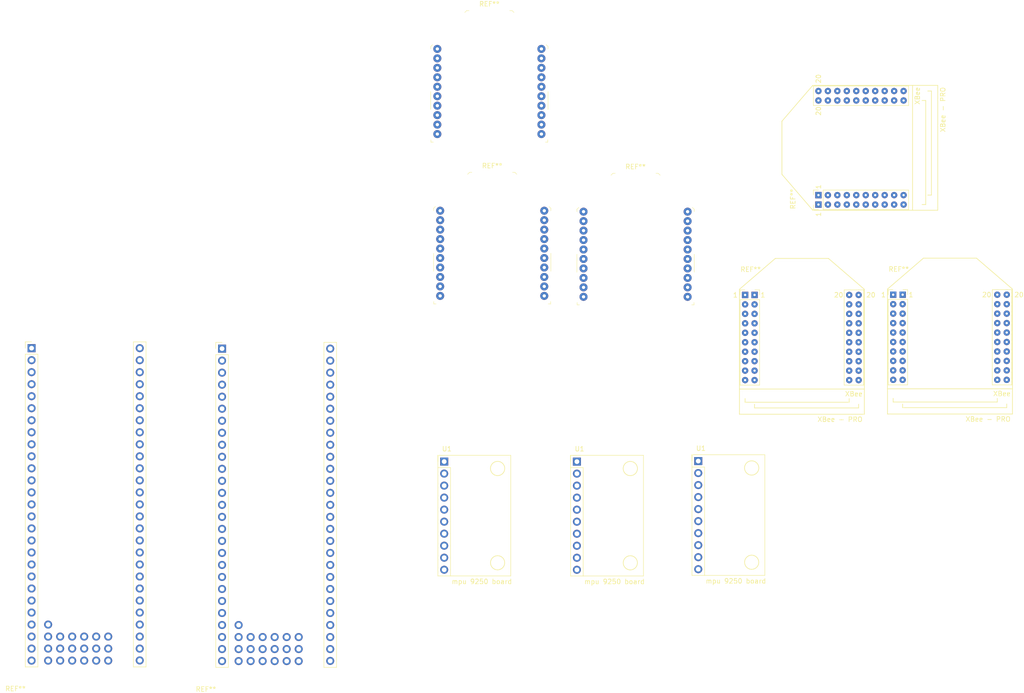
<source format=kicad_pcb>
(kicad_pcb (version 4) (host pcbnew 4.0.7-e2-6376~58~ubuntu16.04.1)

  (general
    (links 0)
    (no_connects 0)
    (area 146.911099 101.3486 163.077768 132.9586)
    (thickness 1.6)
    (drawings 0)
    (tracks 0)
    (zones 0)
    (modules 11)
    (nets 11)
  )

  (page A4)
  (layers
    (0 F.Cu signal)
    (31 B.Cu signal)
    (32 B.Adhes user)
    (33 F.Adhes user)
    (34 B.Paste user)
    (35 F.Paste user)
    (36 B.SilkS user)
    (37 F.SilkS user)
    (38 B.Mask user)
    (39 F.Mask user)
    (40 Dwgs.User user)
    (41 Cmts.User user)
    (42 Eco1.User user)
    (43 Eco2.User user)
    (44 Edge.Cuts user)
    (45 Margin user)
    (46 B.CrtYd user)
    (47 F.CrtYd user)
    (48 B.Fab user)
    (49 F.Fab user)
  )

  (setup
    (last_trace_width 0.25)
    (trace_clearance 0.2)
    (zone_clearance 0.508)
    (zone_45_only no)
    (trace_min 0.2)
    (segment_width 0.2)
    (edge_width 0.15)
    (via_size 0.6)
    (via_drill 0.4)
    (via_min_size 0.4)
    (via_min_drill 0.3)
    (uvia_size 0.3)
    (uvia_drill 0.1)
    (uvias_allowed no)
    (uvia_min_size 0.2)
    (uvia_min_drill 0.1)
    (pcb_text_width 0.3)
    (pcb_text_size 1.5 1.5)
    (mod_edge_width 0.15)
    (mod_text_size 1 1)
    (mod_text_width 0.15)
    (pad_size 1.524 1.524)
    (pad_drill 0.762)
    (pad_to_mask_clearance 0.2)
    (aux_axis_origin 155.95 95.45)
    (visible_elements 7FFFFFFF)
    (pcbplotparams
      (layerselection 0x00030_80000001)
      (usegerberextensions false)
      (excludeedgelayer true)
      (linewidth 0.100000)
      (plotframeref false)
      (viasonmask false)
      (mode 1)
      (useauxorigin false)
      (hpglpennumber 1)
      (hpglpenspeed 20)
      (hpglpendiameter 15)
      (hpglpenoverlay 2)
      (psnegative false)
      (psa4output false)
      (plotreference true)
      (plotvalue true)
      (plotinvisibletext false)
      (padsonsilk false)
      (subtractmaskfromsilk false)
      (outputformat 1)
      (mirror false)
      (drillshape 1)
      (scaleselection 1)
      (outputdirectory ""))
  )

  (net 0 "")
  (net 1 "Net-(U1-Pad1)")
  (net 2 "Net-(U1-Pad2)")
  (net 3 "Net-(U1-Pad3)")
  (net 4 "Net-(U1-Pad4)")
  (net 5 "Net-(U1-Pad5)")
  (net 6 "Net-(U1-Pad6)")
  (net 7 "Net-(U1-Pad7)")
  (net 8 "Net-(U1-Pad8)")
  (net 9 "Net-(U1-Pad9)")
  (net 10 "Net-(U1-Pad10)")

  (net_class Default "This is the default net class."
    (clearance 0.2)
    (trace_width 0.25)
    (via_dia 0.6)
    (via_drill 0.4)
    (uvia_dia 0.3)
    (uvia_drill 0.1)
    (add_net "Net-(U1-Pad1)")
    (add_net "Net-(U1-Pad10)")
    (add_net "Net-(U1-Pad2)")
    (add_net "Net-(U1-Pad3)")
    (add_net "Net-(U1-Pad4)")
    (add_net "Net-(U1-Pad5)")
    (add_net "Net-(U1-Pad6)")
    (add_net "Net-(U1-Pad7)")
    (add_net "Net-(U1-Pad8)")
    (add_net "Net-(U1-Pad9)")
  )

  (module footprints:XBEE-20_THT (layer F.Cu) (tedit 59CA6E5E) (tstamp 5BA1C221)
    (at 172.7 77.25)
    (descr https://www.digi.com/pdf/ds_xbeemultipointmodules.pdf)
    (fp_text reference REF** (at 0 -18.49) (layer F.SilkS)
      (effects (font (size 1 1) (thickness 0.15)))
    )
    (fp_text value XBEE-20_THT (at 0 12.45) (layer F.Fab)
      (effects (font (size 1 1) (thickness 0.15)))
    )
    (fp_text user %R (at 0 0) (layer F.Fab)
      (effects (font (size 1 1) (thickness 0.15)))
    )
    (fp_line (start -12.5 -17.25) (end 12.5 -17.25) (layer F.CrtYd) (width 0.05))
    (fp_line (start -12.5 10.85) (end 12.5 10.85) (layer F.CrtYd) (width 0.05))
    (fp_line (start 12.5 -17.25) (end 12.5 10.85) (layer F.CrtYd) (width 0.05))
    (fp_line (start -12.5 -17.25) (end -12.5 10.85) (layer F.CrtYd) (width 0.05))
    (fp_line (start 12.4 0) (end 12.4 3.8) (layer F.SilkS) (width 0.1))
    (fp_line (start -12.4 0) (end -12.4 3.8) (layer F.SilkS) (width 0.1))
    (fp_line (start 4.8 -17.1) (end 5.2 -16.7) (layer F.SilkS) (width 0.1))
    (fp_line (start 4.8 -17.1) (end 4.3 -17.1) (layer F.SilkS) (width 0.1))
    (fp_line (start -4.8 -17.1) (end -4.3 -17.1) (layer F.SilkS) (width 0.1))
    (fp_line (start -4.8 -17.1) (end -5.2 -16.7) (layer F.SilkS) (width 0.1))
    (fp_line (start 12.4 -9.5) (end 12.4 -9) (layer F.SilkS) (width 0.1))
    (fp_line (start 12.4 -9.5) (end 12 -9.9) (layer F.SilkS) (width 0.1))
    (fp_line (start -12.4 -9.5) (end -12 -9.9) (layer F.SilkS) (width 0.1))
    (fp_line (start -12.4 -9.5) (end -12.4 -9) (layer F.SilkS) (width 0.1))
    (fp_line (start -12.35 10.7) (end -12.35 10.2) (layer F.SilkS) (width 0.1))
    (fp_line (start -12.35 10.7) (end -11.85 10.7) (layer F.SilkS) (width 0.1))
    (fp_line (start 12.35 10.7) (end 12.35 10.2) (layer F.SilkS) (width 0.1))
    (fp_line (start 12.35 10.7) (end 11.85 10.7) (layer F.SilkS) (width 0.1))
    (fp_line (start -12.25 -9.5) (end -4.75 -17) (layer F.Fab) (width 0.1))
    (fp_line (start 4.75 -17) (end 12.25 -9.5) (layer F.Fab) (width 0.1))
    (fp_line (start -4.75 -17) (end 4.75 -17) (layer F.Fab) (width 0.1))
    (fp_line (start -12.25 10.6) (end 12.25 10.6) (layer F.Fab) (width 0.1))
    (fp_line (start 12.25 -9.5) (end 12.25 10.6) (layer F.Fab) (width 0.1))
    (fp_line (start -12.25 -9.5) (end -12.25 10.6) (layer F.Fab) (width 0.1))
    (pad 1 thru_hole circle (at -11 -9) (size 1.7 1.7) (drill 0.7) (layers *.Cu *.Mask))
    (pad 2 thru_hole circle (at -11 -7) (size 1.7 1.7) (drill 0.7) (layers *.Cu *.Mask))
    (pad 3 thru_hole circle (at -11 -5) (size 1.7 1.7) (drill 0.7) (layers *.Cu *.Mask))
    (pad 4 thru_hole circle (at -11 -3) (size 1.7 1.7) (drill 0.7) (layers *.Cu *.Mask))
    (pad 5 thru_hole circle (at -11 -1) (size 1.7 1.7) (drill 0.7) (layers *.Cu *.Mask))
    (pad 6 thru_hole circle (at -11 1) (size 1.7 1.7) (drill 0.7) (layers *.Cu *.Mask))
    (pad 7 thru_hole circle (at -11 3) (size 1.7 1.7) (drill 0.7) (layers *.Cu *.Mask))
    (pad 8 thru_hole circle (at -11 5) (size 1.7 1.7) (drill 0.7) (layers *.Cu *.Mask))
    (pad 9 thru_hole circle (at -11 7) (size 1.7 1.7) (drill 0.7) (layers *.Cu *.Mask))
    (pad 10 thru_hole circle (at -11 9) (size 1.7 1.7) (drill 0.7) (layers *.Cu *.Mask))
    (pad 11 thru_hole circle (at 11 9) (size 1.7 1.7) (drill 0.7) (layers *.Cu *.Mask))
    (pad 12 thru_hole circle (at 11 7) (size 1.7 1.7) (drill 0.7) (layers *.Cu *.Mask))
    (pad 13 thru_hole circle (at 11 5) (size 1.7 1.7) (drill 0.7) (layers *.Cu *.Mask))
    (pad 14 thru_hole circle (at 11 3) (size 1.7 1.7) (drill 0.7) (layers *.Cu *.Mask))
    (pad 15 thru_hole circle (at 11 1) (size 1.7 1.7) (drill 0.7) (layers *.Cu *.Mask))
    (pad 16 thru_hole circle (at 11 -1) (size 1.7 1.7) (drill 0.7) (layers *.Cu *.Mask))
    (pad 17 thru_hole circle (at 11 -3) (size 1.7 1.7) (drill 0.7) (layers *.Cu *.Mask))
    (pad 18 thru_hole circle (at 11 -5) (size 1.7 1.7) (drill 0.7) (layers *.Cu *.Mask))
    (pad 19 thru_hole circle (at 11 -7) (size 1.7 1.7) (drill 0.7) (layers *.Cu *.Mask))
    (pad 20 thru_hole circle (at 11 -9) (size 1.7 1.7) (drill 0.7) (layers *.Cu *.Mask))
  )

  (module footprints:xbee_xb24cz7pit_004 (layer F.Cu) (tedit 5B901EF9) (tstamp 5BA1C1C3)
    (at 211.35 64.75 90)
    (descr "Through hole straight socket strip, 2x10, 2.00mm pitch, double rows")
    (tags "Through hole socket strip THT 2x10 2.00mm double row")
    (fp_text reference REF** (at -0.82 -5.39 90) (layer F.SilkS)
      (effects (font (size 1 1) (thickness 0.15)))
    )
    (fp_text value XBee_xb24cz7pit-004 (at 9.55 -9.56 90) (layer F.Fab)
      (effects (font (size 1 1) (thickness 0.15)))
    )
    (fp_line (start 22 23.88) (end 22 23.1) (layer F.SilkS) (width 0.15))
    (fp_line (start 0 23.88) (end 22 23.88) (layer F.SilkS) (width 0.15))
    (fp_text user XBee (at 20.98 20.92 90) (layer F.SilkS)
      (effects (font (size 1 1) (thickness 0.15)))
    )
    (fp_line (start 15.61 -7.72) (end 23.2 -1.19) (layer F.CrtYd) (width 0.15))
    (fp_line (start -3.2 -1.19) (end 4.39 -7.72) (layer F.CrtYd) (width 0.15))
    (fp_line (start -3.2 25.22) (end 23.2 25.22) (layer F.CrtYd) (width 0.15))
    (fp_text user 20 (at 24.59 0.02 90) (layer F.SilkS)
      (effects (font (size 1 1) (thickness 0.15)))
    )
    (fp_text user 1 (at -4.06 0.03 90) (layer F.SilkS)
      (effects (font (size 1 1) (thickness 0.15)))
    )
    (fp_line (start -3 -1) (end -3 19) (layer F.Fab) (width 0.1))
    (fp_line (start -3 19) (end 1 19) (layer F.Fab) (width 0.1))
    (fp_line (start 1 19) (end 1 -1) (layer F.Fab) (width 0.1))
    (fp_line (start 1 -1) (end -3 -1) (layer F.Fab) (width 0.1))
    (fp_line (start 1.06 1) (end 1.06 19.06) (layer F.SilkS) (width 0.12))
    (fp_line (start 1.06 19.06) (end -3.06 19.06) (layer F.SilkS) (width 0.12))
    (fp_line (start -3.06 19.06) (end -3.06 1) (layer F.SilkS) (width 0.12))
    (fp_line (start -1 1) (end 1.06 1) (layer F.SilkS) (width 0.12))
    (fp_line (start 1.06 0) (end 1.06 -1.06) (layer F.SilkS) (width 0.12))
    (fp_line (start 1.06 -1.06) (end 0.06 -1.06) (layer F.SilkS) (width 0.12))
    (fp_line (start 18.94 19.06) (end 18.94 -1.06) (layer F.SilkS) (width 0.12))
    (fp_line (start 23.06 1) (end 23.06 19.06) (layer F.SilkS) (width 0.12))
    (fp_line (start 23.06 19.06) (end 18.94 19.06) (layer F.SilkS) (width 0.12))
    (fp_line (start 23.06 1.02) (end 23.06 -1.06) (layer F.SilkS) (width 0.12))
    (fp_line (start 18.94 -1.06) (end 22.07 -1.06) (layer F.SilkS) (width 0.12))
    (fp_line (start 23.06 -1.06) (end 22.06 -1.06) (layer F.SilkS) (width 0.12))
    (fp_text user %R (at -0.82 -5.39 90) (layer F.Fab)
      (effects (font (size 1 1) (thickness 0.15)))
    )
    (fp_line (start 19 -1) (end 19 19) (layer F.Fab) (width 0.1))
    (fp_line (start 19 19) (end 23 19) (layer F.Fab) (width 0.1))
    (fp_line (start 23 19) (end 23 -1) (layer F.Fab) (width 0.1))
    (fp_line (start 23 -1) (end 19 -1) (layer F.Fab) (width 0.1))
    (fp_line (start -3.06 1) (end -1 1) (layer F.SilkS) (width 0.12))
    (fp_line (start -3.06 0.02) (end -3.06 -1.04) (layer F.SilkS) (width 0.12))
    (fp_line (start -2.07 -1.06) (end -3.06 -1.06) (layer F.SilkS) (width 0.12))
    (fp_line (start -3.2 25.22) (end -3.2 -1.19) (layer F.CrtYd) (width 0.15))
    (fp_line (start 23.2 25.22) (end 23.2 -1.19) (layer F.CrtYd) (width 0.15))
    (fp_line (start 4.39 -7.72) (end 15.61 -7.72) (layer F.CrtYd) (width 0.15))
    (fp_line (start -3.2 19.89) (end 23.2 19.89) (layer F.CrtYd) (width 0.15))
    (fp_text user "XBee - PRO" (at 18.06 26.31 90) (layer F.SilkS)
      (effects (font (size 1 1) (thickness 0.15)))
    )
    (fp_line (start -3.2 19.89) (end 23.2 19.89) (layer F.SilkS) (width 0.15))
    (fp_line (start -3.2 25.22) (end -3.2 -1.19) (layer F.SilkS) (width 0.15))
    (fp_line (start -3.2 25.22) (end 23.2 25.22) (layer F.SilkS) (width 0.15))
    (fp_line (start 23.2 25.22) (end 23.2 -1.19) (layer F.SilkS) (width 0.15))
    (fp_line (start -3.2 -1.19) (end 4.39 -7.72) (layer F.SilkS) (width 0.15))
    (fp_line (start 4.39 -7.72) (end 15.61 -7.72) (layer F.SilkS) (width 0.15))
    (fp_line (start 15.61 -7.72) (end 23.2 -1.19) (layer F.SilkS) (width 0.15))
    (fp_line (start 0 23.88) (end 0 23.1) (layer F.SilkS) (width 0.15))
    (fp_line (start 20 22.68) (end 20 21.9) (layer F.SilkS) (width 0.15))
    (fp_line (start -2 22.68) (end 20 22.68) (layer F.SilkS) (width 0.15))
    (fp_line (start -2 22.68) (end -2 21.9) (layer F.SilkS) (width 0.15))
    (fp_text user 1 (at 1.76 0.03 90) (layer F.SilkS)
      (effects (font (size 1 1) (thickness 0.15)))
    )
    (fp_text user 20 (at 17.77 0.02 90) (layer F.SilkS)
      (effects (font (size 1 1) (thickness 0.15)))
    )
    (pad 1 thru_hole rect (at 0 0 90) (size 1.35 1.35) (drill 0.5) (layers *.Cu *.Mask))
    (pad 1 thru_hole rect (at -2 0 90) (size 1.35 1.35) (drill 0.5) (layers *.Cu *.Mask))
    (pad 2 thru_hole oval (at 0 2 90) (size 1.35 1.35) (drill 0.5) (layers *.Cu *.Mask))
    (pad 2 thru_hole oval (at -2 2 90) (size 1.35 1.35) (drill 0.5) (layers *.Cu *.Mask))
    (pad 3 thru_hole oval (at 0 4 90) (size 1.35 1.35) (drill 0.5) (layers *.Cu *.Mask))
    (pad 3 thru_hole oval (at -2 4 90) (size 1.35 1.35) (drill 0.5) (layers *.Cu *.Mask))
    (pad 4 thru_hole oval (at 0 6 90) (size 1.35 1.35) (drill 0.5) (layers *.Cu *.Mask))
    (pad 4 thru_hole oval (at -2 6 90) (size 1.35 1.35) (drill 0.5) (layers *.Cu *.Mask))
    (pad 5 thru_hole oval (at 0 8 90) (size 1.35 1.35) (drill 0.5) (layers *.Cu *.Mask))
    (pad 5 thru_hole oval (at -2 8 90) (size 1.35 1.35) (drill 0.5) (layers *.Cu *.Mask))
    (pad 6 thru_hole oval (at 0 10 90) (size 1.35 1.35) (drill 0.5) (layers *.Cu *.Mask))
    (pad 6 thru_hole oval (at -2 10 90) (size 1.35 1.35) (drill 0.5) (layers *.Cu *.Mask))
    (pad 7 thru_hole oval (at 0 12 90) (size 1.35 1.35) (drill 0.5) (layers *.Cu *.Mask))
    (pad 7 thru_hole oval (at -2 12 90) (size 1.35 1.35) (drill 0.5) (layers *.Cu *.Mask))
    (pad 8 thru_hole oval (at 0 14 90) (size 1.35 1.35) (drill 0.5) (layers *.Cu *.Mask))
    (pad 8 thru_hole oval (at -2 14 90) (size 1.35 1.35) (drill 0.5) (layers *.Cu *.Mask))
    (pad 9 thru_hole oval (at 0 16 90) (size 1.35 1.35) (drill 0.5) (layers *.Cu *.Mask))
    (pad 9 thru_hole oval (at -2 16 90) (size 1.35 1.35) (drill 0.5) (layers *.Cu *.Mask))
    (pad 10 thru_hole oval (at 0 18 90) (size 1.35 1.35) (drill 0.5) (layers *.Cu *.Mask))
    (pad 10 thru_hole oval (at -2 18 90) (size 1.35 1.35) (drill 0.5) (layers *.Cu *.Mask))
    (pad 18 thru_hole oval (at 22 4 90) (size 1.35 1.35) (drill 0.5) (layers *.Cu *.Mask))
    (pad 20 thru_hole circle (at 22 0 90) (size 1.35 1.35) (drill 0.5) (layers *.Cu *.Mask))
    (pad 20 thru_hole oval (at 20 0 90) (size 1.35 1.35) (drill 0.5) (layers *.Cu *.Mask))
    (pad 19 thru_hole oval (at 22 2 90) (size 1.35 1.35) (drill 0.5) (layers *.Cu *.Mask))
    (pad 19 thru_hole oval (at 20 2 90) (size 1.35 1.35) (drill 0.5) (layers *.Cu *.Mask))
    (pad 18 thru_hole oval (at 20 4 90) (size 1.35 1.35) (drill 0.5) (layers *.Cu *.Mask))
    (pad 17 thru_hole oval (at 22 6 90) (size 1.35 1.35) (drill 0.5) (layers *.Cu *.Mask))
    (pad 17 thru_hole oval (at 20 6 90) (size 1.35 1.35) (drill 0.5) (layers *.Cu *.Mask))
    (pad 16 thru_hole oval (at 20 8 90) (size 1.35 1.35) (drill 0.5) (layers *.Cu *.Mask))
    (pad 15 thru_hole oval (at 22 10 90) (size 1.35 1.35) (drill 0.5) (layers *.Cu *.Mask))
    (pad 15 thru_hole oval (at 20 10 90) (size 1.35 1.35) (drill 0.5) (layers *.Cu *.Mask))
    (pad 14 thru_hole oval (at 22 12 90) (size 1.35 1.35) (drill 0.5) (layers *.Cu *.Mask))
    (pad 16 thru_hole oval (at 22 8 90) (size 1.35 1.35) (drill 0.5) (layers *.Cu *.Mask))
    (pad 13 thru_hole oval (at 22 14 90) (size 1.35 1.35) (drill 0.5) (layers *.Cu *.Mask))
    (pad 14 thru_hole oval (at 20 12 90) (size 1.35 1.35) (drill 0.5) (layers *.Cu *.Mask))
    (pad 13 thru_hole oval (at 20 14 90) (size 1.35 1.35) (drill 0.5) (layers *.Cu *.Mask))
    (pad 11 thru_hole oval (at 22 18 90) (size 1.35 1.35) (drill 0.5) (layers *.Cu *.Mask))
    (pad 12 thru_hole oval (at 20 16 90) (size 1.35 1.35) (drill 0.5) (layers *.Cu *.Mask))
    (pad 12 thru_hole oval (at 22 16 90) (size 1.35 1.35) (drill 0.5) (layers *.Cu *.Mask))
    (pad 11 thru_hole oval (at 20 18 90) (size 1.35 1.35) (drill 0.5) (layers *.Cu *.Mask))
    (model ${KISYS3DMOD}/Socket_Strips.3dshapes/Socket_Strip_Straight_2x10_Pitch2.00mm.wrl
      (at (xyz 0 0 0))
      (scale (xyz 1 1 1))
      (rotate (xyz 0 0 0))
    )
  )

  (module footprints:XBEE-20_THT (layer F.Cu) (tedit 59CA6E5E) (tstamp 5BA1C077)
    (at 141.8 42.85)
    (descr https://www.digi.com/pdf/ds_xbeemultipointmodules.pdf)
    (fp_text reference REF** (at 0 -18.49) (layer F.SilkS)
      (effects (font (size 1 1) (thickness 0.15)))
    )
    (fp_text value XBEE-20_THT (at 0 12.45) (layer F.Fab)
      (effects (font (size 1 1) (thickness 0.15)))
    )
    (fp_text user %R (at 0 0) (layer F.Fab)
      (effects (font (size 1 1) (thickness 0.15)))
    )
    (fp_line (start -12.5 -17.25) (end 12.5 -17.25) (layer F.CrtYd) (width 0.05))
    (fp_line (start -12.5 10.85) (end 12.5 10.85) (layer F.CrtYd) (width 0.05))
    (fp_line (start 12.5 -17.25) (end 12.5 10.85) (layer F.CrtYd) (width 0.05))
    (fp_line (start -12.5 -17.25) (end -12.5 10.85) (layer F.CrtYd) (width 0.05))
    (fp_line (start 12.4 0) (end 12.4 3.8) (layer F.SilkS) (width 0.1))
    (fp_line (start -12.4 0) (end -12.4 3.8) (layer F.SilkS) (width 0.1))
    (fp_line (start 4.8 -17.1) (end 5.2 -16.7) (layer F.SilkS) (width 0.1))
    (fp_line (start 4.8 -17.1) (end 4.3 -17.1) (layer F.SilkS) (width 0.1))
    (fp_line (start -4.8 -17.1) (end -4.3 -17.1) (layer F.SilkS) (width 0.1))
    (fp_line (start -4.8 -17.1) (end -5.2 -16.7) (layer F.SilkS) (width 0.1))
    (fp_line (start 12.4 -9.5) (end 12.4 -9) (layer F.SilkS) (width 0.1))
    (fp_line (start 12.4 -9.5) (end 12 -9.9) (layer F.SilkS) (width 0.1))
    (fp_line (start -12.4 -9.5) (end -12 -9.9) (layer F.SilkS) (width 0.1))
    (fp_line (start -12.4 -9.5) (end -12.4 -9) (layer F.SilkS) (width 0.1))
    (fp_line (start -12.35 10.7) (end -12.35 10.2) (layer F.SilkS) (width 0.1))
    (fp_line (start -12.35 10.7) (end -11.85 10.7) (layer F.SilkS) (width 0.1))
    (fp_line (start 12.35 10.7) (end 12.35 10.2) (layer F.SilkS) (width 0.1))
    (fp_line (start 12.35 10.7) (end 11.85 10.7) (layer F.SilkS) (width 0.1))
    (fp_line (start -12.25 -9.5) (end -4.75 -17) (layer F.Fab) (width 0.1))
    (fp_line (start 4.75 -17) (end 12.25 -9.5) (layer F.Fab) (width 0.1))
    (fp_line (start -4.75 -17) (end 4.75 -17) (layer F.Fab) (width 0.1))
    (fp_line (start -12.25 10.6) (end 12.25 10.6) (layer F.Fab) (width 0.1))
    (fp_line (start 12.25 -9.5) (end 12.25 10.6) (layer F.Fab) (width 0.1))
    (fp_line (start -12.25 -9.5) (end -12.25 10.6) (layer F.Fab) (width 0.1))
    (pad 1 thru_hole circle (at -11 -9) (size 1.7 1.7) (drill 0.7) (layers *.Cu *.Mask))
    (pad 2 thru_hole circle (at -11 -7) (size 1.7 1.7) (drill 0.7) (layers *.Cu *.Mask))
    (pad 3 thru_hole circle (at -11 -5) (size 1.7 1.7) (drill 0.7) (layers *.Cu *.Mask))
    (pad 4 thru_hole circle (at -11 -3) (size 1.7 1.7) (drill 0.7) (layers *.Cu *.Mask))
    (pad 5 thru_hole circle (at -11 -1) (size 1.7 1.7) (drill 0.7) (layers *.Cu *.Mask))
    (pad 6 thru_hole circle (at -11 1) (size 1.7 1.7) (drill 0.7) (layers *.Cu *.Mask))
    (pad 7 thru_hole circle (at -11 3) (size 1.7 1.7) (drill 0.7) (layers *.Cu *.Mask))
    (pad 8 thru_hole circle (at -11 5) (size 1.7 1.7) (drill 0.7) (layers *.Cu *.Mask))
    (pad 9 thru_hole circle (at -11 7) (size 1.7 1.7) (drill 0.7) (layers *.Cu *.Mask))
    (pad 10 thru_hole circle (at -11 9) (size 1.7 1.7) (drill 0.7) (layers *.Cu *.Mask))
    (pad 11 thru_hole circle (at 11 9) (size 1.7 1.7) (drill 0.7) (layers *.Cu *.Mask))
    (pad 12 thru_hole circle (at 11 7) (size 1.7 1.7) (drill 0.7) (layers *.Cu *.Mask))
    (pad 13 thru_hole circle (at 11 5) (size 1.7 1.7) (drill 0.7) (layers *.Cu *.Mask))
    (pad 14 thru_hole circle (at 11 3) (size 1.7 1.7) (drill 0.7) (layers *.Cu *.Mask))
    (pad 15 thru_hole circle (at 11 1) (size 1.7 1.7) (drill 0.7) (layers *.Cu *.Mask))
    (pad 16 thru_hole circle (at 11 -1) (size 1.7 1.7) (drill 0.7) (layers *.Cu *.Mask))
    (pad 17 thru_hole circle (at 11 -3) (size 1.7 1.7) (drill 0.7) (layers *.Cu *.Mask))
    (pad 18 thru_hole circle (at 11 -5) (size 1.7 1.7) (drill 0.7) (layers *.Cu *.Mask))
    (pad 19 thru_hole circle (at 11 -7) (size 1.7 1.7) (drill 0.7) (layers *.Cu *.Mask))
    (pad 20 thru_hole circle (at 11 -9) (size 1.7 1.7) (drill 0.7) (layers *.Cu *.Mask))
  )

  (module footprints:lpc1769_board_revC (layer F.Cu) (tedit 5B8EF01F) (tstamp 5BA1BF9B)
    (at 45.04 97.1)
    (descr "Through hole straight socket strip, 1x27, 2.54mm pitch, single row")
    (tags "Through hole socket strip THT 1x27 2.54mm single row")
    (fp_text reference REF** (at -3.4 71.99) (layer F.SilkS)
      (effects (font (size 1 1) (thickness 0.15)))
    )
    (fp_text value lpc1769_stick_revC (at 4 69.9) (layer F.Fab)
      (effects (font (size 1 1) (thickness 0.15)))
    )
    (fp_line (start -6.6 -72) (end 28.5 -72) (layer F.CrtYd) (width 0.15))
    (fp_line (start 28.5 -72) (end 28.5 68) (layer F.CrtYd) (width 0.15))
    (fp_line (start -6.5 68) (end 28.5 68) (layer F.CrtYd) (width 0.15))
    (fp_line (start -6.6 -72) (end -6.6 68) (layer F.CrtYd) (width 0.15))
    (fp_line (start 21.59 -1.27) (end 21.59 67.31) (layer F.Fab) (width 0.1))
    (fp_line (start 21.59 67.31) (end 24.13 67.31) (layer F.Fab) (width 0.1))
    (fp_line (start 24.13 67.31) (end 24.13 -1.27) (layer F.Fab) (width 0.1))
    (fp_line (start 24.13 -1.27) (end 21.59 -1.27) (layer F.Fab) (width 0.1))
    (fp_line (start 21.53 1.27) (end 21.53 67.37) (layer F.SilkS) (width 0.12))
    (fp_line (start 21.53 67.37) (end 24.19 67.37) (layer F.SilkS) (width 0.12))
    (fp_line (start 24.19 67.37) (end 24.19 -1.33) (layer F.SilkS) (width 0.12))
    (fp_line (start 24.19 -1.33) (end 21.53 -1.33) (layer F.SilkS) (width 0.12))
    (fp_line (start 21.53 1.29) (end 21.53 -1.33) (layer F.SilkS) (width 0.12))
    (fp_line (start 21.06 -1.8) (end 21.06 67.85) (layer F.CrtYd) (width 0.05))
    (fp_line (start 21.06 67.85) (end 24.66 67.85) (layer F.CrtYd) (width 0.05))
    (fp_line (start 24.66 67.85) (end 24.66 -1.8) (layer F.CrtYd) (width 0.05))
    (fp_line (start 24.66 -1.8) (end 21.06 -1.8) (layer F.CrtYd) (width 0.05))
    (fp_text user %R (at -3.4 71.99) (layer F.Fab)
      (effects (font (size 1 1) (thickness 0.15)))
    )
    (fp_line (start 1.33 1.27) (end -1.33 1.27) (layer F.SilkS) (width 0.12))
    (fp_line (start -1.33 1.27) (end -1.33 67.37) (layer F.SilkS) (width 0.12))
    (fp_line (start -1.33 67.37) (end 1.33 67.37) (layer F.SilkS) (width 0.12))
    (fp_line (start 1.33 67.37) (end 1.33 1.27) (layer F.SilkS) (width 0.12))
    (fp_line (start -1.33 -1.33) (end 0 -1.33) (layer F.SilkS) (width 0.12))
    (fp_line (start -1.33 0) (end -1.33 -1.33) (layer F.SilkS) (width 0.12))
    (fp_line (start 1.8 67.85) (end 1.8 -1.8) (layer F.CrtYd) (width 0.05))
    (fp_line (start -1.8 -1.8) (end -1.8 67.85) (layer F.CrtYd) (width 0.05))
    (fp_line (start -1.8 67.85) (end 1.8 67.85) (layer F.CrtYd) (width 0.05))
    (fp_line (start 1.8 -1.8) (end -1.8 -1.8) (layer F.CrtYd) (width 0.05))
    (fp_text user %R (at -3.4 71.99) (layer F.Fab)
      (effects (font (size 1 1) (thickness 0.15)))
    )
    (fp_line (start -1.27 -1.27) (end -1.27 67.31) (layer F.Fab) (width 0.1))
    (fp_line (start -1.27 67.31) (end 1.27 67.31) (layer F.Fab) (width 0.1))
    (fp_line (start 1.27 67.31) (end 1.27 -1.27) (layer F.Fab) (width 0.1))
    (fp_line (start 1.27 -1.27) (end -1.27 -1.27) (layer F.Fab) (width 0.1))
    (pad J-28 thru_hole circle (at 22.86 0) (size 1.7 1.7) (drill 1) (layers *.Cu *.Mask))
    (pad J-29 thru_hole oval (at 22.86 2.54) (size 1.7 1.7) (drill 1) (layers *.Cu *.Mask))
    (pad J-30 thru_hole oval (at 22.86 5.08) (size 1.7 1.7) (drill 1) (layers *.Cu *.Mask))
    (pad J-31 thru_hole oval (at 22.86 7.62) (size 1.7 1.7) (drill 1) (layers *.Cu *.Mask))
    (pad J-32 thru_hole oval (at 22.86 10.16) (size 1.7 1.7) (drill 1) (layers *.Cu *.Mask))
    (pad J-33 thru_hole oval (at 22.86 12.7) (size 1.7 1.7) (drill 1) (layers *.Cu *.Mask))
    (pad J-34 thru_hole oval (at 22.86 15.24) (size 1.7 1.7) (drill 1) (layers *.Cu *.Mask))
    (pad J-35 thru_hole oval (at 22.86 17.78) (size 1.7 1.7) (drill 1) (layers *.Cu *.Mask))
    (pad J-36 thru_hole oval (at 22.86 20.32) (size 1.7 1.7) (drill 1) (layers *.Cu *.Mask))
    (pad J-37 thru_hole oval (at 22.86 22.86) (size 1.7 1.7) (drill 1) (layers *.Cu *.Mask))
    (pad J-38 thru_hole oval (at 22.86 25.4) (size 1.7 1.7) (drill 1) (layers *.Cu *.Mask))
    (pad J-39 thru_hole oval (at 22.86 27.94) (size 1.7 1.7) (drill 1) (layers *.Cu *.Mask))
    (pad J-40 thru_hole oval (at 22.86 30.48) (size 1.7 1.7) (drill 1) (layers *.Cu *.Mask))
    (pad J-41 thru_hole oval (at 22.86 33.02) (size 1.7 1.7) (drill 1) (layers *.Cu *.Mask))
    (pad J-42 thru_hole oval (at 22.86 35.56) (size 1.7 1.7) (drill 1) (layers *.Cu *.Mask))
    (pad J-43 thru_hole oval (at 22.86 38.1) (size 1.7 1.7) (drill 1) (layers *.Cu *.Mask))
    (pad J-44 thru_hole oval (at 22.86 40.64) (size 1.7 1.7) (drill 1) (layers *.Cu *.Mask))
    (pad J-45 thru_hole oval (at 22.86 43.18) (size 1.7 1.7) (drill 1) (layers *.Cu *.Mask))
    (pad J-46 thru_hole oval (at 22.86 45.72) (size 1.7 1.7) (drill 1) (layers *.Cu *.Mask))
    (pad J-47 thru_hole oval (at 22.86 48.26) (size 1.7 1.7) (drill 1) (layers *.Cu *.Mask))
    (pad J-48 thru_hole oval (at 22.86 50.8) (size 1.7 1.7) (drill 1) (layers *.Cu *.Mask))
    (pad J-49 thru_hole oval (at 22.86 53.34) (size 1.7 1.7) (drill 1) (layers *.Cu *.Mask))
    (pad J-50 thru_hole oval (at 22.86 55.88) (size 1.7 1.7) (drill 1) (layers *.Cu *.Mask))
    (pad J-51 thru_hole oval (at 22.86 58.42) (size 1.7 1.7) (drill 1) (layers *.Cu *.Mask))
    (pad J-52 thru_hole oval (at 22.86 60.96) (size 1.7 1.7) (drill 1) (layers *.Cu *.Mask))
    (pad J-53 thru_hole oval (at 22.86 63.5) (size 1.7 1.7) (drill 1) (layers *.Cu *.Mask))
    (pad J-54 thru_hole oval (at 22.86 66) (size 1.7 1.7) (drill 1) (layers *.Cu *.Mask))
    (pad J-26 thru_hole oval (at 0 63.5) (size 1.7 1.7) (drill 1) (layers *.Cu *.Mask))
    (pad J-25 thru_hole oval (at 0 60.96) (size 1.7 1.7) (drill 1) (layers *.Cu *.Mask))
    (pad J-22 thru_hole oval (at 0 53.34) (size 1.7 1.7) (drill 1) (layers *.Cu *.Mask))
    (pad J-23 thru_hole oval (at 0 55.88) (size 1.7 1.7) (drill 1) (layers *.Cu *.Mask))
    (pad J-24 thru_hole oval (at 0 58.42) (size 1.7 1.7) (drill 1) (layers *.Cu *.Mask))
    (pad J-27 thru_hole oval (at 0 66.04) (size 1.7 1.7) (drill 1) (layers *.Cu *.Mask))
    (pad J-4 thru_hole oval (at 0 7.62) (size 1.7 1.7) (drill 1) (layers *.Cu *.Mask))
    (pad J-5 thru_hole oval (at 0 10.16) (size 1.7 1.7) (drill 1) (layers *.Cu *.Mask))
    (pad J-6 thru_hole oval (at 0 12.7) (size 1.7 1.7) (drill 1) (layers *.Cu *.Mask))
    (pad J-7 thru_hole oval (at 0 15.24) (size 1.7 1.7) (drill 1) (layers *.Cu *.Mask))
    (pad J-3 thru_hole oval (at 0 5.08) (size 1.7 1.7) (drill 1) (layers *.Cu *.Mask))
    (pad J-1 thru_hole rect (at 0 0) (size 1.7 1.7) (drill 1) (layers *.Cu *.Mask))
    (pad J-2 thru_hole oval (at 0 2.54) (size 1.7 1.7) (drill 1) (layers *.Cu *.Mask))
    (pad J-8 thru_hole oval (at 0 17.78) (size 1.7 1.7) (drill 1) (layers *.Cu *.Mask))
    (pad J-9 thru_hole oval (at 0 20.32) (size 1.7 1.7) (drill 1) (layers *.Cu *.Mask))
    (pad J-10 thru_hole oval (at 0 22.86) (size 1.7 1.7) (drill 1) (layers *.Cu *.Mask))
    (pad J-11 thru_hole oval (at 0 25.4) (size 1.7 1.7) (drill 1) (layers *.Cu *.Mask))
    (pad J-12 thru_hole oval (at 0 27.94) (size 1.7 1.7) (drill 1) (layers *.Cu *.Mask))
    (pad J-13 thru_hole oval (at 0 30.48) (size 1.7 1.7) (drill 1) (layers *.Cu *.Mask))
    (pad J-14 thru_hole oval (at 0 33.02) (size 1.7 1.7) (drill 1) (layers *.Cu *.Mask))
    (pad J-15 thru_hole oval (at 0 35.56) (size 1.7 1.7) (drill 1) (layers *.Cu *.Mask))
    (pad J-16 thru_hole oval (at 0 38.1) (size 1.7 1.7) (drill 1) (layers *.Cu *.Mask))
    (pad J-17 thru_hole oval (at 0 40.64) (size 1.7 1.7) (drill 1) (layers *.Cu *.Mask))
    (pad J-18 thru_hole oval (at 0 43.18) (size 1.7 1.7) (drill 1) (layers *.Cu *.Mask))
    (pad J-19 thru_hole oval (at 0 45.72) (size 1.7 1.7) (drill 1) (layers *.Cu *.Mask))
    (pad J-20 thru_hole oval (at 0 48.26) (size 1.7 1.7) (drill 1) (layers *.Cu *.Mask))
    (pad J-21 thru_hole oval (at 0 50.8) (size 1.7 1.7) (drill 1) (layers *.Cu *.Mask))
    (pad PD16 thru_hole oval (at 3.5 66.04) (size 1.7 1.7) (drill 1) (layers *.Cu *.Mask))
    (pad PD19 thru_hole oval (at 3.5 58.42) (size 1.7 1.7) (drill 1) (layers *.Cu *.Mask))
    (pad PD17 thru_hole oval (at 3.5 63.5) (size 1.7 1.7) (drill 1) (layers *.Cu *.Mask))
    (pad PD18 thru_hole oval (at 3.5 60.96) (size 1.7 1.7) (drill 1) (layers *.Cu *.Mask))
    (pad PD14 thru_hole oval (at 6.04 63.5) (size 1.7 1.7) (drill 1) (layers *.Cu *.Mask))
    (pad PD13 thru_hole oval (at 6.04 66.04) (size 1.7 1.7) (drill 1) (layers *.Cu *.Mask))
    (pad PD15 thru_hole oval (at 6.04 60.96) (size 1.7 1.7) (drill 1) (layers *.Cu *.Mask))
    (pad PD10 thru_hole oval (at 8.58 66.04) (size 1.7 1.7) (drill 1) (layers *.Cu *.Mask))
    (pad PD11 thru_hole oval (at 8.58 63.5) (size 1.7 1.7) (drill 1) (layers *.Cu *.Mask))
    (pad PD12 thru_hole oval (at 8.58 60.96) (size 1.7 1.7) (drill 1) (layers *.Cu *.Mask))
    (pad PD7 thru_hole oval (at 11.12 66.04) (size 1.7 1.7) (drill 1) (layers *.Cu *.Mask))
    (pad PD8 thru_hole oval (at 11.12 63.5) (size 1.7 1.7) (drill 1) (layers *.Cu *.Mask))
    (pad PD9 thru_hole oval (at 11.12 60.96) (size 1.7 1.7) (drill 1) (layers *.Cu *.Mask))
    (pad PD5 thru_hole oval (at 13.66 63.5) (size 1.7 1.7) (drill 1) (layers *.Cu *.Mask))
    (pad PD4 thru_hole oval (at 13.66 66.04) (size 1.7 1.7) (drill 1) (layers *.Cu *.Mask))
    (pad PD6 thru_hole oval (at 13.66 60.96) (size 1.7 1.7) (drill 1) (layers *.Cu *.Mask))
    (pad PD2 thru_hole oval (at 16.2 63.5) (size 1.7 1.7) (drill 1) (layers *.Cu *.Mask))
    (pad PD1 thru_hole oval (at 16.2 66.04) (size 1.7 1.7) (drill 1) (layers *.Cu *.Mask))
    (pad PD3 thru_hole oval (at 16.2 60.96) (size 1.7 1.7) (drill 1) (layers *.Cu *.Mask))
    (model ${KISYS3DMOD}/Socket_Strips.3dshapes/Socket_Strip_Straight_1x27_Pitch2.54mm.wrl
      (at (xyz 0 -1.3 0))
      (scale (xyz 1 1 1))
      (rotate (xyz 0 0 270))
    )
  )

  (module footprints:xbee_xb24cz7pit_004 (layer F.Cu) (tedit 5B901EF9) (tstamp 5BA1BEDF)
    (at 197.85 85.85)
    (descr "Through hole straight socket strip, 2x10, 2.00mm pitch, double rows")
    (tags "Through hole socket strip THT 2x10 2.00mm double row")
    (fp_text reference REF** (at -0.82 -5.39) (layer F.SilkS)
      (effects (font (size 1 1) (thickness 0.15)))
    )
    (fp_text value XBee_xb24cz7pit-004 (at 9.55 -9.56) (layer F.Fab)
      (effects (font (size 1 1) (thickness 0.15)))
    )
    (fp_line (start 22 23.88) (end 22 23.1) (layer F.SilkS) (width 0.15))
    (fp_line (start 0 23.88) (end 22 23.88) (layer F.SilkS) (width 0.15))
    (fp_text user XBee (at 20.98 20.92) (layer F.SilkS)
      (effects (font (size 1 1) (thickness 0.15)))
    )
    (fp_line (start 15.61 -7.72) (end 23.2 -1.19) (layer F.CrtYd) (width 0.15))
    (fp_line (start -3.2 -1.19) (end 4.39 -7.72) (layer F.CrtYd) (width 0.15))
    (fp_line (start -3.2 25.22) (end 23.2 25.22) (layer F.CrtYd) (width 0.15))
    (fp_text user 20 (at 24.59 0.02) (layer F.SilkS)
      (effects (font (size 1 1) (thickness 0.15)))
    )
    (fp_text user 1 (at -4.06 0.03) (layer F.SilkS)
      (effects (font (size 1 1) (thickness 0.15)))
    )
    (fp_line (start -3 -1) (end -3 19) (layer F.Fab) (width 0.1))
    (fp_line (start -3 19) (end 1 19) (layer F.Fab) (width 0.1))
    (fp_line (start 1 19) (end 1 -1) (layer F.Fab) (width 0.1))
    (fp_line (start 1 -1) (end -3 -1) (layer F.Fab) (width 0.1))
    (fp_line (start 1.06 1) (end 1.06 19.06) (layer F.SilkS) (width 0.12))
    (fp_line (start 1.06 19.06) (end -3.06 19.06) (layer F.SilkS) (width 0.12))
    (fp_line (start -3.06 19.06) (end -3.06 1) (layer F.SilkS) (width 0.12))
    (fp_line (start -1 1) (end 1.06 1) (layer F.SilkS) (width 0.12))
    (fp_line (start 1.06 0) (end 1.06 -1.06) (layer F.SilkS) (width 0.12))
    (fp_line (start 1.06 -1.06) (end 0.06 -1.06) (layer F.SilkS) (width 0.12))
    (fp_line (start 18.94 19.06) (end 18.94 -1.06) (layer F.SilkS) (width 0.12))
    (fp_line (start 23.06 1) (end 23.06 19.06) (layer F.SilkS) (width 0.12))
    (fp_line (start 23.06 19.06) (end 18.94 19.06) (layer F.SilkS) (width 0.12))
    (fp_line (start 23.06 1.02) (end 23.06 -1.06) (layer F.SilkS) (width 0.12))
    (fp_line (start 18.94 -1.06) (end 22.07 -1.06) (layer F.SilkS) (width 0.12))
    (fp_line (start 23.06 -1.06) (end 22.06 -1.06) (layer F.SilkS) (width 0.12))
    (fp_text user %R (at -0.82 -5.39) (layer F.Fab)
      (effects (font (size 1 1) (thickness 0.15)))
    )
    (fp_line (start 19 -1) (end 19 19) (layer F.Fab) (width 0.1))
    (fp_line (start 19 19) (end 23 19) (layer F.Fab) (width 0.1))
    (fp_line (start 23 19) (end 23 -1) (layer F.Fab) (width 0.1))
    (fp_line (start 23 -1) (end 19 -1) (layer F.Fab) (width 0.1))
    (fp_line (start -3.06 1) (end -1 1) (layer F.SilkS) (width 0.12))
    (fp_line (start -3.06 0.02) (end -3.06 -1.04) (layer F.SilkS) (width 0.12))
    (fp_line (start -2.07 -1.06) (end -3.06 -1.06) (layer F.SilkS) (width 0.12))
    (fp_line (start -3.2 25.22) (end -3.2 -1.19) (layer F.CrtYd) (width 0.15))
    (fp_line (start 23.2 25.22) (end 23.2 -1.19) (layer F.CrtYd) (width 0.15))
    (fp_line (start 4.39 -7.72) (end 15.61 -7.72) (layer F.CrtYd) (width 0.15))
    (fp_line (start -3.2 19.89) (end 23.2 19.89) (layer F.CrtYd) (width 0.15))
    (fp_text user "XBee - PRO" (at 18.06 26.31) (layer F.SilkS)
      (effects (font (size 1 1) (thickness 0.15)))
    )
    (fp_line (start -3.2 19.89) (end 23.2 19.89) (layer F.SilkS) (width 0.15))
    (fp_line (start -3.2 25.22) (end -3.2 -1.19) (layer F.SilkS) (width 0.15))
    (fp_line (start -3.2 25.22) (end 23.2 25.22) (layer F.SilkS) (width 0.15))
    (fp_line (start 23.2 25.22) (end 23.2 -1.19) (layer F.SilkS) (width 0.15))
    (fp_line (start -3.2 -1.19) (end 4.39 -7.72) (layer F.SilkS) (width 0.15))
    (fp_line (start 4.39 -7.72) (end 15.61 -7.72) (layer F.SilkS) (width 0.15))
    (fp_line (start 15.61 -7.72) (end 23.2 -1.19) (layer F.SilkS) (width 0.15))
    (fp_line (start 0 23.88) (end 0 23.1) (layer F.SilkS) (width 0.15))
    (fp_line (start 20 22.68) (end 20 21.9) (layer F.SilkS) (width 0.15))
    (fp_line (start -2 22.68) (end 20 22.68) (layer F.SilkS) (width 0.15))
    (fp_line (start -2 22.68) (end -2 21.9) (layer F.SilkS) (width 0.15))
    (fp_text user 1 (at 1.76 0.03) (layer F.SilkS)
      (effects (font (size 1 1) (thickness 0.15)))
    )
    (fp_text user 20 (at 17.77 0.02) (layer F.SilkS)
      (effects (font (size 1 1) (thickness 0.15)))
    )
    (pad 1 thru_hole rect (at 0 0) (size 1.35 1.35) (drill 0.5) (layers *.Cu *.Mask))
    (pad 1 thru_hole rect (at -2 0) (size 1.35 1.35) (drill 0.5) (layers *.Cu *.Mask))
    (pad 2 thru_hole oval (at 0 2) (size 1.35 1.35) (drill 0.5) (layers *.Cu *.Mask))
    (pad 2 thru_hole oval (at -2 2) (size 1.35 1.35) (drill 0.5) (layers *.Cu *.Mask))
    (pad 3 thru_hole oval (at 0 4) (size 1.35 1.35) (drill 0.5) (layers *.Cu *.Mask))
    (pad 3 thru_hole oval (at -2 4) (size 1.35 1.35) (drill 0.5) (layers *.Cu *.Mask))
    (pad 4 thru_hole oval (at 0 6) (size 1.35 1.35) (drill 0.5) (layers *.Cu *.Mask))
    (pad 4 thru_hole oval (at -2 6) (size 1.35 1.35) (drill 0.5) (layers *.Cu *.Mask))
    (pad 5 thru_hole oval (at 0 8) (size 1.35 1.35) (drill 0.5) (layers *.Cu *.Mask))
    (pad 5 thru_hole oval (at -2 8) (size 1.35 1.35) (drill 0.5) (layers *.Cu *.Mask))
    (pad 6 thru_hole oval (at 0 10) (size 1.35 1.35) (drill 0.5) (layers *.Cu *.Mask))
    (pad 6 thru_hole oval (at -2 10) (size 1.35 1.35) (drill 0.5) (layers *.Cu *.Mask))
    (pad 7 thru_hole oval (at 0 12) (size 1.35 1.35) (drill 0.5) (layers *.Cu *.Mask))
    (pad 7 thru_hole oval (at -2 12) (size 1.35 1.35) (drill 0.5) (layers *.Cu *.Mask))
    (pad 8 thru_hole oval (at 0 14) (size 1.35 1.35) (drill 0.5) (layers *.Cu *.Mask))
    (pad 8 thru_hole oval (at -2 14) (size 1.35 1.35) (drill 0.5) (layers *.Cu *.Mask))
    (pad 9 thru_hole oval (at 0 16) (size 1.35 1.35) (drill 0.5) (layers *.Cu *.Mask))
    (pad 9 thru_hole oval (at -2 16) (size 1.35 1.35) (drill 0.5) (layers *.Cu *.Mask))
    (pad 10 thru_hole oval (at 0 18) (size 1.35 1.35) (drill 0.5) (layers *.Cu *.Mask))
    (pad 10 thru_hole oval (at -2 18) (size 1.35 1.35) (drill 0.5) (layers *.Cu *.Mask))
    (pad 18 thru_hole oval (at 22 4) (size 1.35 1.35) (drill 0.5) (layers *.Cu *.Mask))
    (pad 20 thru_hole circle (at 22 0) (size 1.35 1.35) (drill 0.5) (layers *.Cu *.Mask))
    (pad 20 thru_hole oval (at 20 0) (size 1.35 1.35) (drill 0.5) (layers *.Cu *.Mask))
    (pad 19 thru_hole oval (at 22 2) (size 1.35 1.35) (drill 0.5) (layers *.Cu *.Mask))
    (pad 19 thru_hole oval (at 20 2) (size 1.35 1.35) (drill 0.5) (layers *.Cu *.Mask))
    (pad 18 thru_hole oval (at 20 4) (size 1.35 1.35) (drill 0.5) (layers *.Cu *.Mask))
    (pad 17 thru_hole oval (at 22 6) (size 1.35 1.35) (drill 0.5) (layers *.Cu *.Mask))
    (pad 17 thru_hole oval (at 20 6) (size 1.35 1.35) (drill 0.5) (layers *.Cu *.Mask))
    (pad 16 thru_hole oval (at 20 8) (size 1.35 1.35) (drill 0.5) (layers *.Cu *.Mask))
    (pad 15 thru_hole oval (at 22 10) (size 1.35 1.35) (drill 0.5) (layers *.Cu *.Mask))
    (pad 15 thru_hole oval (at 20 10) (size 1.35 1.35) (drill 0.5) (layers *.Cu *.Mask))
    (pad 14 thru_hole oval (at 22 12) (size 1.35 1.35) (drill 0.5) (layers *.Cu *.Mask))
    (pad 16 thru_hole oval (at 22 8) (size 1.35 1.35) (drill 0.5) (layers *.Cu *.Mask))
    (pad 13 thru_hole oval (at 22 14) (size 1.35 1.35) (drill 0.5) (layers *.Cu *.Mask))
    (pad 14 thru_hole oval (at 20 12) (size 1.35 1.35) (drill 0.5) (layers *.Cu *.Mask))
    (pad 13 thru_hole oval (at 20 14) (size 1.35 1.35) (drill 0.5) (layers *.Cu *.Mask))
    (pad 11 thru_hole oval (at 22 18) (size 1.35 1.35) (drill 0.5) (layers *.Cu *.Mask))
    (pad 12 thru_hole oval (at 20 16) (size 1.35 1.35) (drill 0.5) (layers *.Cu *.Mask))
    (pad 12 thru_hole oval (at 22 16) (size 1.35 1.35) (drill 0.5) (layers *.Cu *.Mask))
    (pad 11 thru_hole oval (at 20 18) (size 1.35 1.35) (drill 0.5) (layers *.Cu *.Mask))
    (model ${KISYS3DMOD}/Socket_Strips.3dshapes/Socket_Strip_Straight_2x10_Pitch2.00mm.wrl
      (at (xyz 0 0 0))
      (scale (xyz 1 1 1))
      (rotate (xyz 0 0 0))
    )
  )

  (module footprints:mpu9250_board (layer F.Cu) (tedit 5BA06DFB) (tstamp 5BA1BEA3)
    (at 185.95 120.96)
    (descr "Through hole straight socket strip, 1x10, 2.54mm pitch, single row")
    (tags "Through hole socket strip THT 1x10 2.54mm single row")
    (path /5BA1AFBA)
    (fp_text reference U1 (at 0.56 -2.68) (layer F.SilkS)
      (effects (font (size 1 1) (thickness 0.15)))
    )
    (fp_text value acc_mpu9250_board (at 6.71 26.88) (layer F.Fab)
      (effects (font (size 1 1) (thickness 0.15)))
    )
    (fp_text user "mpu 9250 board" (at 7.95 25.37) (layer F.SilkS)
      (effects (font (size 1 1) (thickness 0.15)))
    )
    (fp_circle (center 11.29 21.39) (end 11.29 22.89) (layer F.SilkS) (width 0.15))
    (fp_circle (center 11.29 1.46) (end 11.29 -0.05) (layer F.SilkS) (width 0.15))
    (fp_line (start -1.33 -1.33) (end 14.07 -1.33) (layer F.SilkS) (width 0.12))
    (fp_line (start -1.27 -1.27) (end -1.27 24.13) (layer F.Fab) (width 0.1))
    (fp_line (start -1.27 24.13) (end 1.27 24.13) (layer F.Fab) (width 0.1))
    (fp_line (start 1.27 24.13) (end 1.27 -1.27) (layer F.Fab) (width 0.1))
    (fp_line (start 1.27 -1.27) (end -1.27 -1.27) (layer F.Fab) (width 0.1))
    (fp_line (start 1.33 24.17) (end 1.33 1.27) (layer F.SilkS) (width 0.12))
    (fp_line (start 1.33 1.27) (end -1.33 1.27) (layer F.SilkS) (width 0.12))
    (fp_line (start -1.33 0) (end -1.33 -1.33) (layer F.SilkS) (width 0.12))
    (fp_line (start -1.33 -1.33) (end 0 -1.33) (layer F.SilkS) (width 0.12))
    (fp_text user %R (at 0.56 -2.68) (layer F.Fab)
      (effects (font (size 1 1) (thickness 0.15)))
    )
    (fp_line (start -1.33 24.17) (end 14.07 24.17) (layer F.SilkS) (width 0.12))
    (fp_line (start -1.33 24.17) (end -1.33 -1.33) (layer F.SilkS) (width 0.12))
    (fp_line (start 14.07 24.17) (end 14.07 -1.33) (layer F.SilkS) (width 0.12))
    (pad 1 thru_hole rect (at 0 0) (size 1.7 1.7) (drill 1) (layers *.Cu *.Mask)
      (net 1 "Net-(U1-Pad1)"))
    (pad 2 thru_hole oval (at 0 2.54) (size 1.7 1.7) (drill 1) (layers *.Cu *.Mask)
      (net 2 "Net-(U1-Pad2)"))
    (pad 3 thru_hole oval (at 0 5.08) (size 1.7 1.7) (drill 1) (layers *.Cu *.Mask)
      (net 3 "Net-(U1-Pad3)"))
    (pad 4 thru_hole oval (at 0 7.62) (size 1.7 1.7) (drill 1) (layers *.Cu *.Mask)
      (net 4 "Net-(U1-Pad4)"))
    (pad 5 thru_hole oval (at 0 10.16) (size 1.7 1.7) (drill 1) (layers *.Cu *.Mask)
      (net 5 "Net-(U1-Pad5)"))
    (pad 6 thru_hole oval (at 0 12.7) (size 1.7 1.7) (drill 1) (layers *.Cu *.Mask)
      (net 6 "Net-(U1-Pad6)"))
    (pad 7 thru_hole oval (at 0 15.24) (size 1.7 1.7) (drill 1) (layers *.Cu *.Mask)
      (net 7 "Net-(U1-Pad7)"))
    (pad 8 thru_hole oval (at 0 17.78) (size 1.7 1.7) (drill 1) (layers *.Cu *.Mask)
      (net 8 "Net-(U1-Pad8)"))
    (pad 9 thru_hole oval (at 0 20.32) (size 1.7 1.7) (drill 1) (layers *.Cu *.Mask)
      (net 9 "Net-(U1-Pad9)"))
    (pad 10 thru_hole oval (at 0 22.86) (size 1.7 1.7) (drill 1) (layers *.Cu *.Mask)
      (net 10 "Net-(U1-Pad10)"))
    (model ${KISYS3DMOD}/Socket_Strips.3dshapes/Socket_Strip_Straight_1x10_Pitch2.54mm.wrl
      (at (xyz 0 -0.45 0))
      (scale (xyz 1 1 1))
      (rotate (xyz 0 0 270))
    )
  )

  (module footprints:mpu9250_board (layer F.Cu) (tedit 5BA06DFB) (tstamp 5BA1BE69)
    (at 160.3 121.08)
    (descr "Through hole straight socket strip, 1x10, 2.54mm pitch, single row")
    (tags "Through hole socket strip THT 1x10 2.54mm single row")
    (path /5BA1AFBA)
    (fp_text reference U1 (at 0.56 -2.68) (layer F.SilkS)
      (effects (font (size 1 1) (thickness 0.15)))
    )
    (fp_text value acc_mpu9250_board (at 6.71 26.88) (layer F.Fab)
      (effects (font (size 1 1) (thickness 0.15)))
    )
    (fp_text user "mpu 9250 board" (at 7.95 25.37) (layer F.SilkS)
      (effects (font (size 1 1) (thickness 0.15)))
    )
    (fp_circle (center 11.29 21.39) (end 11.29 22.89) (layer F.SilkS) (width 0.15))
    (fp_circle (center 11.29 1.46) (end 11.29 -0.05) (layer F.SilkS) (width 0.15))
    (fp_line (start -1.33 -1.33) (end 14.07 -1.33) (layer F.SilkS) (width 0.12))
    (fp_line (start -1.27 -1.27) (end -1.27 24.13) (layer F.Fab) (width 0.1))
    (fp_line (start -1.27 24.13) (end 1.27 24.13) (layer F.Fab) (width 0.1))
    (fp_line (start 1.27 24.13) (end 1.27 -1.27) (layer F.Fab) (width 0.1))
    (fp_line (start 1.27 -1.27) (end -1.27 -1.27) (layer F.Fab) (width 0.1))
    (fp_line (start 1.33 24.17) (end 1.33 1.27) (layer F.SilkS) (width 0.12))
    (fp_line (start 1.33 1.27) (end -1.33 1.27) (layer F.SilkS) (width 0.12))
    (fp_line (start -1.33 0) (end -1.33 -1.33) (layer F.SilkS) (width 0.12))
    (fp_line (start -1.33 -1.33) (end 0 -1.33) (layer F.SilkS) (width 0.12))
    (fp_text user %R (at 0.56 -2.68) (layer F.Fab)
      (effects (font (size 1 1) (thickness 0.15)))
    )
    (fp_line (start -1.33 24.17) (end 14.07 24.17) (layer F.SilkS) (width 0.12))
    (fp_line (start -1.33 24.17) (end -1.33 -1.33) (layer F.SilkS) (width 0.12))
    (fp_line (start 14.07 24.17) (end 14.07 -1.33) (layer F.SilkS) (width 0.12))
    (pad 1 thru_hole rect (at 0 0) (size 1.7 1.7) (drill 1) (layers *.Cu *.Mask)
      (net 1 "Net-(U1-Pad1)"))
    (pad 2 thru_hole oval (at 0 2.54) (size 1.7 1.7) (drill 1) (layers *.Cu *.Mask)
      (net 2 "Net-(U1-Pad2)"))
    (pad 3 thru_hole oval (at 0 5.08) (size 1.7 1.7) (drill 1) (layers *.Cu *.Mask)
      (net 3 "Net-(U1-Pad3)"))
    (pad 4 thru_hole oval (at 0 7.62) (size 1.7 1.7) (drill 1) (layers *.Cu *.Mask)
      (net 4 "Net-(U1-Pad4)"))
    (pad 5 thru_hole oval (at 0 10.16) (size 1.7 1.7) (drill 1) (layers *.Cu *.Mask)
      (net 5 "Net-(U1-Pad5)"))
    (pad 6 thru_hole oval (at 0 12.7) (size 1.7 1.7) (drill 1) (layers *.Cu *.Mask)
      (net 6 "Net-(U1-Pad6)"))
    (pad 7 thru_hole oval (at 0 15.24) (size 1.7 1.7) (drill 1) (layers *.Cu *.Mask)
      (net 7 "Net-(U1-Pad7)"))
    (pad 8 thru_hole oval (at 0 17.78) (size 1.7 1.7) (drill 1) (layers *.Cu *.Mask)
      (net 8 "Net-(U1-Pad8)"))
    (pad 9 thru_hole oval (at 0 20.32) (size 1.7 1.7) (drill 1) (layers *.Cu *.Mask)
      (net 9 "Net-(U1-Pad9)"))
    (pad 10 thru_hole oval (at 0 22.86) (size 1.7 1.7) (drill 1) (layers *.Cu *.Mask)
      (net 10 "Net-(U1-Pad10)"))
    (model ${KISYS3DMOD}/Socket_Strips.3dshapes/Socket_Strip_Straight_1x10_Pitch2.54mm.wrl
      (at (xyz 0 -0.45 0))
      (scale (xyz 1 1 1))
      (rotate (xyz 0 0 270))
    )
  )

  (module footprints:mpu9250_board (layer F.Cu) (tedit 5BA06DFB) (tstamp 5BA1B02E)
    (at 132.25 121.07)
    (descr "Through hole straight socket strip, 1x10, 2.54mm pitch, single row")
    (tags "Through hole socket strip THT 1x10 2.54mm single row")
    (path /5BA1AFBA)
    (fp_text reference U1 (at 0.56 -2.68) (layer F.SilkS)
      (effects (font (size 1 1) (thickness 0.15)))
    )
    (fp_text value acc_mpu9250_board (at 6.71 26.88) (layer F.Fab)
      (effects (font (size 1 1) (thickness 0.15)))
    )
    (fp_text user "mpu 9250 board" (at 7.95 25.37) (layer F.SilkS)
      (effects (font (size 1 1) (thickness 0.15)))
    )
    (fp_circle (center 11.29 21.39) (end 11.29 22.89) (layer F.SilkS) (width 0.15))
    (fp_circle (center 11.29 1.46) (end 11.29 -0.05) (layer F.SilkS) (width 0.15))
    (fp_line (start -1.33 -1.33) (end 14.07 -1.33) (layer F.SilkS) (width 0.12))
    (fp_line (start -1.27 -1.27) (end -1.27 24.13) (layer F.Fab) (width 0.1))
    (fp_line (start -1.27 24.13) (end 1.27 24.13) (layer F.Fab) (width 0.1))
    (fp_line (start 1.27 24.13) (end 1.27 -1.27) (layer F.Fab) (width 0.1))
    (fp_line (start 1.27 -1.27) (end -1.27 -1.27) (layer F.Fab) (width 0.1))
    (fp_line (start 1.33 24.17) (end 1.33 1.27) (layer F.SilkS) (width 0.12))
    (fp_line (start 1.33 1.27) (end -1.33 1.27) (layer F.SilkS) (width 0.12))
    (fp_line (start -1.33 0) (end -1.33 -1.33) (layer F.SilkS) (width 0.12))
    (fp_line (start -1.33 -1.33) (end 0 -1.33) (layer F.SilkS) (width 0.12))
    (fp_text user %R (at 0.56 -2.68) (layer F.Fab)
      (effects (font (size 1 1) (thickness 0.15)))
    )
    (fp_line (start -1.33 24.17) (end 14.07 24.17) (layer F.SilkS) (width 0.12))
    (fp_line (start -1.33 24.17) (end -1.33 -1.33) (layer F.SilkS) (width 0.12))
    (fp_line (start 14.07 24.17) (end 14.07 -1.33) (layer F.SilkS) (width 0.12))
    (pad 1 thru_hole rect (at 0 0) (size 1.7 1.7) (drill 1) (layers *.Cu *.Mask)
      (net 1 "Net-(U1-Pad1)"))
    (pad 2 thru_hole oval (at 0 2.54) (size 1.7 1.7) (drill 1) (layers *.Cu *.Mask)
      (net 2 "Net-(U1-Pad2)"))
    (pad 3 thru_hole oval (at 0 5.08) (size 1.7 1.7) (drill 1) (layers *.Cu *.Mask)
      (net 3 "Net-(U1-Pad3)"))
    (pad 4 thru_hole oval (at 0 7.62) (size 1.7 1.7) (drill 1) (layers *.Cu *.Mask)
      (net 4 "Net-(U1-Pad4)"))
    (pad 5 thru_hole oval (at 0 10.16) (size 1.7 1.7) (drill 1) (layers *.Cu *.Mask)
      (net 5 "Net-(U1-Pad5)"))
    (pad 6 thru_hole oval (at 0 12.7) (size 1.7 1.7) (drill 1) (layers *.Cu *.Mask)
      (net 6 "Net-(U1-Pad6)"))
    (pad 7 thru_hole oval (at 0 15.24) (size 1.7 1.7) (drill 1) (layers *.Cu *.Mask)
      (net 7 "Net-(U1-Pad7)"))
    (pad 8 thru_hole oval (at 0 17.78) (size 1.7 1.7) (drill 1) (layers *.Cu *.Mask)
      (net 8 "Net-(U1-Pad8)"))
    (pad 9 thru_hole oval (at 0 20.32) (size 1.7 1.7) (drill 1) (layers *.Cu *.Mask)
      (net 9 "Net-(U1-Pad9)"))
    (pad 10 thru_hole oval (at 0 22.86) (size 1.7 1.7) (drill 1) (layers *.Cu *.Mask)
      (net 10 "Net-(U1-Pad10)"))
    (model ${KISYS3DMOD}/Socket_Strips.3dshapes/Socket_Strip_Straight_1x10_Pitch2.54mm.wrl
      (at (xyz 0 -0.45 0))
      (scale (xyz 1 1 1))
      (rotate (xyz 0 0 270))
    )
  )

  (module footprints:lpc1769_board_revC (layer F.Cu) (tedit 5B8EF01F) (tstamp 5BA1B4E1)
    (at 85.3 97.2)
    (descr "Through hole straight socket strip, 1x27, 2.54mm pitch, single row")
    (tags "Through hole socket strip THT 1x27 2.54mm single row")
    (fp_text reference REF** (at -3.4 71.99) (layer F.SilkS)
      (effects (font (size 1 1) (thickness 0.15)))
    )
    (fp_text value lpc1769_stick_revC (at 4 69.9) (layer F.Fab)
      (effects (font (size 1 1) (thickness 0.15)))
    )
    (fp_line (start -6.6 -72) (end 28.5 -72) (layer F.CrtYd) (width 0.15))
    (fp_line (start 28.5 -72) (end 28.5 68) (layer F.CrtYd) (width 0.15))
    (fp_line (start -6.5 68) (end 28.5 68) (layer F.CrtYd) (width 0.15))
    (fp_line (start -6.6 -72) (end -6.6 68) (layer F.CrtYd) (width 0.15))
    (fp_line (start 21.59 -1.27) (end 21.59 67.31) (layer F.Fab) (width 0.1))
    (fp_line (start 21.59 67.31) (end 24.13 67.31) (layer F.Fab) (width 0.1))
    (fp_line (start 24.13 67.31) (end 24.13 -1.27) (layer F.Fab) (width 0.1))
    (fp_line (start 24.13 -1.27) (end 21.59 -1.27) (layer F.Fab) (width 0.1))
    (fp_line (start 21.53 1.27) (end 21.53 67.37) (layer F.SilkS) (width 0.12))
    (fp_line (start 21.53 67.37) (end 24.19 67.37) (layer F.SilkS) (width 0.12))
    (fp_line (start 24.19 67.37) (end 24.19 -1.33) (layer F.SilkS) (width 0.12))
    (fp_line (start 24.19 -1.33) (end 21.53 -1.33) (layer F.SilkS) (width 0.12))
    (fp_line (start 21.53 1.29) (end 21.53 -1.33) (layer F.SilkS) (width 0.12))
    (fp_line (start 21.06 -1.8) (end 21.06 67.85) (layer F.CrtYd) (width 0.05))
    (fp_line (start 21.06 67.85) (end 24.66 67.85) (layer F.CrtYd) (width 0.05))
    (fp_line (start 24.66 67.85) (end 24.66 -1.8) (layer F.CrtYd) (width 0.05))
    (fp_line (start 24.66 -1.8) (end 21.06 -1.8) (layer F.CrtYd) (width 0.05))
    (fp_text user %R (at -3.4 71.99) (layer F.Fab)
      (effects (font (size 1 1) (thickness 0.15)))
    )
    (fp_line (start 1.33 1.27) (end -1.33 1.27) (layer F.SilkS) (width 0.12))
    (fp_line (start -1.33 1.27) (end -1.33 67.37) (layer F.SilkS) (width 0.12))
    (fp_line (start -1.33 67.37) (end 1.33 67.37) (layer F.SilkS) (width 0.12))
    (fp_line (start 1.33 67.37) (end 1.33 1.27) (layer F.SilkS) (width 0.12))
    (fp_line (start -1.33 -1.33) (end 0 -1.33) (layer F.SilkS) (width 0.12))
    (fp_line (start -1.33 0) (end -1.33 -1.33) (layer F.SilkS) (width 0.12))
    (fp_line (start 1.8 67.85) (end 1.8 -1.8) (layer F.CrtYd) (width 0.05))
    (fp_line (start -1.8 -1.8) (end -1.8 67.85) (layer F.CrtYd) (width 0.05))
    (fp_line (start -1.8 67.85) (end 1.8 67.85) (layer F.CrtYd) (width 0.05))
    (fp_line (start 1.8 -1.8) (end -1.8 -1.8) (layer F.CrtYd) (width 0.05))
    (fp_text user %R (at -3.4 71.99) (layer F.Fab)
      (effects (font (size 1 1) (thickness 0.15)))
    )
    (fp_line (start -1.27 -1.27) (end -1.27 67.31) (layer F.Fab) (width 0.1))
    (fp_line (start -1.27 67.31) (end 1.27 67.31) (layer F.Fab) (width 0.1))
    (fp_line (start 1.27 67.31) (end 1.27 -1.27) (layer F.Fab) (width 0.1))
    (fp_line (start 1.27 -1.27) (end -1.27 -1.27) (layer F.Fab) (width 0.1))
    (pad J-28 thru_hole circle (at 22.86 0) (size 1.7 1.7) (drill 1) (layers *.Cu *.Mask))
    (pad J-29 thru_hole oval (at 22.86 2.54) (size 1.7 1.7) (drill 1) (layers *.Cu *.Mask))
    (pad J-30 thru_hole oval (at 22.86 5.08) (size 1.7 1.7) (drill 1) (layers *.Cu *.Mask))
    (pad J-31 thru_hole oval (at 22.86 7.62) (size 1.7 1.7) (drill 1) (layers *.Cu *.Mask))
    (pad J-32 thru_hole oval (at 22.86 10.16) (size 1.7 1.7) (drill 1) (layers *.Cu *.Mask))
    (pad J-33 thru_hole oval (at 22.86 12.7) (size 1.7 1.7) (drill 1) (layers *.Cu *.Mask))
    (pad J-34 thru_hole oval (at 22.86 15.24) (size 1.7 1.7) (drill 1) (layers *.Cu *.Mask))
    (pad J-35 thru_hole oval (at 22.86 17.78) (size 1.7 1.7) (drill 1) (layers *.Cu *.Mask))
    (pad J-36 thru_hole oval (at 22.86 20.32) (size 1.7 1.7) (drill 1) (layers *.Cu *.Mask))
    (pad J-37 thru_hole oval (at 22.86 22.86) (size 1.7 1.7) (drill 1) (layers *.Cu *.Mask))
    (pad J-38 thru_hole oval (at 22.86 25.4) (size 1.7 1.7) (drill 1) (layers *.Cu *.Mask))
    (pad J-39 thru_hole oval (at 22.86 27.94) (size 1.7 1.7) (drill 1) (layers *.Cu *.Mask))
    (pad J-40 thru_hole oval (at 22.86 30.48) (size 1.7 1.7) (drill 1) (layers *.Cu *.Mask))
    (pad J-41 thru_hole oval (at 22.86 33.02) (size 1.7 1.7) (drill 1) (layers *.Cu *.Mask))
    (pad J-42 thru_hole oval (at 22.86 35.56) (size 1.7 1.7) (drill 1) (layers *.Cu *.Mask))
    (pad J-43 thru_hole oval (at 22.86 38.1) (size 1.7 1.7) (drill 1) (layers *.Cu *.Mask))
    (pad J-44 thru_hole oval (at 22.86 40.64) (size 1.7 1.7) (drill 1) (layers *.Cu *.Mask))
    (pad J-45 thru_hole oval (at 22.86 43.18) (size 1.7 1.7) (drill 1) (layers *.Cu *.Mask))
    (pad J-46 thru_hole oval (at 22.86 45.72) (size 1.7 1.7) (drill 1) (layers *.Cu *.Mask))
    (pad J-47 thru_hole oval (at 22.86 48.26) (size 1.7 1.7) (drill 1) (layers *.Cu *.Mask))
    (pad J-48 thru_hole oval (at 22.86 50.8) (size 1.7 1.7) (drill 1) (layers *.Cu *.Mask))
    (pad J-49 thru_hole oval (at 22.86 53.34) (size 1.7 1.7) (drill 1) (layers *.Cu *.Mask))
    (pad J-50 thru_hole oval (at 22.86 55.88) (size 1.7 1.7) (drill 1) (layers *.Cu *.Mask))
    (pad J-51 thru_hole oval (at 22.86 58.42) (size 1.7 1.7) (drill 1) (layers *.Cu *.Mask))
    (pad J-52 thru_hole oval (at 22.86 60.96) (size 1.7 1.7) (drill 1) (layers *.Cu *.Mask))
    (pad J-53 thru_hole oval (at 22.86 63.5) (size 1.7 1.7) (drill 1) (layers *.Cu *.Mask))
    (pad J-54 thru_hole oval (at 22.86 66) (size 1.7 1.7) (drill 1) (layers *.Cu *.Mask))
    (pad J-26 thru_hole oval (at 0 63.5) (size 1.7 1.7) (drill 1) (layers *.Cu *.Mask))
    (pad J-25 thru_hole oval (at 0 60.96) (size 1.7 1.7) (drill 1) (layers *.Cu *.Mask))
    (pad J-22 thru_hole oval (at 0 53.34) (size 1.7 1.7) (drill 1) (layers *.Cu *.Mask))
    (pad J-23 thru_hole oval (at 0 55.88) (size 1.7 1.7) (drill 1) (layers *.Cu *.Mask))
    (pad J-24 thru_hole oval (at 0 58.42) (size 1.7 1.7) (drill 1) (layers *.Cu *.Mask))
    (pad J-27 thru_hole oval (at 0 66.04) (size 1.7 1.7) (drill 1) (layers *.Cu *.Mask))
    (pad J-4 thru_hole oval (at 0 7.62) (size 1.7 1.7) (drill 1) (layers *.Cu *.Mask))
    (pad J-5 thru_hole oval (at 0 10.16) (size 1.7 1.7) (drill 1) (layers *.Cu *.Mask))
    (pad J-6 thru_hole oval (at 0 12.7) (size 1.7 1.7) (drill 1) (layers *.Cu *.Mask))
    (pad J-7 thru_hole oval (at 0 15.24) (size 1.7 1.7) (drill 1) (layers *.Cu *.Mask))
    (pad J-3 thru_hole oval (at 0 5.08) (size 1.7 1.7) (drill 1) (layers *.Cu *.Mask))
    (pad J-1 thru_hole rect (at 0 0) (size 1.7 1.7) (drill 1) (layers *.Cu *.Mask))
    (pad J-2 thru_hole oval (at 0 2.54) (size 1.7 1.7) (drill 1) (layers *.Cu *.Mask))
    (pad J-8 thru_hole oval (at 0 17.78) (size 1.7 1.7) (drill 1) (layers *.Cu *.Mask))
    (pad J-9 thru_hole oval (at 0 20.32) (size 1.7 1.7) (drill 1) (layers *.Cu *.Mask))
    (pad J-10 thru_hole oval (at 0 22.86) (size 1.7 1.7) (drill 1) (layers *.Cu *.Mask))
    (pad J-11 thru_hole oval (at 0 25.4) (size 1.7 1.7) (drill 1) (layers *.Cu *.Mask))
    (pad J-12 thru_hole oval (at 0 27.94) (size 1.7 1.7) (drill 1) (layers *.Cu *.Mask))
    (pad J-13 thru_hole oval (at 0 30.48) (size 1.7 1.7) (drill 1) (layers *.Cu *.Mask))
    (pad J-14 thru_hole oval (at 0 33.02) (size 1.7 1.7) (drill 1) (layers *.Cu *.Mask))
    (pad J-15 thru_hole oval (at 0 35.56) (size 1.7 1.7) (drill 1) (layers *.Cu *.Mask))
    (pad J-16 thru_hole oval (at 0 38.1) (size 1.7 1.7) (drill 1) (layers *.Cu *.Mask))
    (pad J-17 thru_hole oval (at 0 40.64) (size 1.7 1.7) (drill 1) (layers *.Cu *.Mask))
    (pad J-18 thru_hole oval (at 0 43.18) (size 1.7 1.7) (drill 1) (layers *.Cu *.Mask))
    (pad J-19 thru_hole oval (at 0 45.72) (size 1.7 1.7) (drill 1) (layers *.Cu *.Mask))
    (pad J-20 thru_hole oval (at 0 48.26) (size 1.7 1.7) (drill 1) (layers *.Cu *.Mask))
    (pad J-21 thru_hole oval (at 0 50.8) (size 1.7 1.7) (drill 1) (layers *.Cu *.Mask))
    (pad PD16 thru_hole oval (at 3.5 66.04) (size 1.7 1.7) (drill 1) (layers *.Cu *.Mask))
    (pad PD19 thru_hole oval (at 3.5 58.42) (size 1.7 1.7) (drill 1) (layers *.Cu *.Mask))
    (pad PD17 thru_hole oval (at 3.5 63.5) (size 1.7 1.7) (drill 1) (layers *.Cu *.Mask))
    (pad PD18 thru_hole oval (at 3.5 60.96) (size 1.7 1.7) (drill 1) (layers *.Cu *.Mask))
    (pad PD14 thru_hole oval (at 6.04 63.5) (size 1.7 1.7) (drill 1) (layers *.Cu *.Mask))
    (pad PD13 thru_hole oval (at 6.04 66.04) (size 1.7 1.7) (drill 1) (layers *.Cu *.Mask))
    (pad PD15 thru_hole oval (at 6.04 60.96) (size 1.7 1.7) (drill 1) (layers *.Cu *.Mask))
    (pad PD10 thru_hole oval (at 8.58 66.04) (size 1.7 1.7) (drill 1) (layers *.Cu *.Mask))
    (pad PD11 thru_hole oval (at 8.58 63.5) (size 1.7 1.7) (drill 1) (layers *.Cu *.Mask))
    (pad PD12 thru_hole oval (at 8.58 60.96) (size 1.7 1.7) (drill 1) (layers *.Cu *.Mask))
    (pad PD7 thru_hole oval (at 11.12 66.04) (size 1.7 1.7) (drill 1) (layers *.Cu *.Mask))
    (pad PD8 thru_hole oval (at 11.12 63.5) (size 1.7 1.7) (drill 1) (layers *.Cu *.Mask))
    (pad PD9 thru_hole oval (at 11.12 60.96) (size 1.7 1.7) (drill 1) (layers *.Cu *.Mask))
    (pad PD5 thru_hole oval (at 13.66 63.5) (size 1.7 1.7) (drill 1) (layers *.Cu *.Mask))
    (pad PD4 thru_hole oval (at 13.66 66.04) (size 1.7 1.7) (drill 1) (layers *.Cu *.Mask))
    (pad PD6 thru_hole oval (at 13.66 60.96) (size 1.7 1.7) (drill 1) (layers *.Cu *.Mask))
    (pad PD2 thru_hole oval (at 16.2 63.5) (size 1.7 1.7) (drill 1) (layers *.Cu *.Mask))
    (pad PD1 thru_hole oval (at 16.2 66.04) (size 1.7 1.7) (drill 1) (layers *.Cu *.Mask))
    (pad PD3 thru_hole oval (at 16.2 60.96) (size 1.7 1.7) (drill 1) (layers *.Cu *.Mask))
    (model ${KISYS3DMOD}/Socket_Strips.3dshapes/Socket_Strip_Straight_1x27_Pitch2.54mm.wrl
      (at (xyz 0 -1.3 0))
      (scale (xyz 1 1 1))
      (rotate (xyz 0 0 270))
    )
  )

  (module footprints:XBEE-20_THT (layer F.Cu) (tedit 59CA6E5E) (tstamp 5BA1B7F0)
    (at 142.4 77.05)
    (descr https://www.digi.com/pdf/ds_xbeemultipointmodules.pdf)
    (fp_text reference REF** (at 0 -18.49) (layer F.SilkS)
      (effects (font (size 1 1) (thickness 0.15)))
    )
    (fp_text value XBEE-20_THT (at 0 12.45) (layer F.Fab)
      (effects (font (size 1 1) (thickness 0.15)))
    )
    (fp_text user %R (at 0 0) (layer F.Fab)
      (effects (font (size 1 1) (thickness 0.15)))
    )
    (fp_line (start -12.5 -17.25) (end 12.5 -17.25) (layer F.CrtYd) (width 0.05))
    (fp_line (start -12.5 10.85) (end 12.5 10.85) (layer F.CrtYd) (width 0.05))
    (fp_line (start 12.5 -17.25) (end 12.5 10.85) (layer F.CrtYd) (width 0.05))
    (fp_line (start -12.5 -17.25) (end -12.5 10.85) (layer F.CrtYd) (width 0.05))
    (fp_line (start 12.4 0) (end 12.4 3.8) (layer F.SilkS) (width 0.1))
    (fp_line (start -12.4 0) (end -12.4 3.8) (layer F.SilkS) (width 0.1))
    (fp_line (start 4.8 -17.1) (end 5.2 -16.7) (layer F.SilkS) (width 0.1))
    (fp_line (start 4.8 -17.1) (end 4.3 -17.1) (layer F.SilkS) (width 0.1))
    (fp_line (start -4.8 -17.1) (end -4.3 -17.1) (layer F.SilkS) (width 0.1))
    (fp_line (start -4.8 -17.1) (end -5.2 -16.7) (layer F.SilkS) (width 0.1))
    (fp_line (start 12.4 -9.5) (end 12.4 -9) (layer F.SilkS) (width 0.1))
    (fp_line (start 12.4 -9.5) (end 12 -9.9) (layer F.SilkS) (width 0.1))
    (fp_line (start -12.4 -9.5) (end -12 -9.9) (layer F.SilkS) (width 0.1))
    (fp_line (start -12.4 -9.5) (end -12.4 -9) (layer F.SilkS) (width 0.1))
    (fp_line (start -12.35 10.7) (end -12.35 10.2) (layer F.SilkS) (width 0.1))
    (fp_line (start -12.35 10.7) (end -11.85 10.7) (layer F.SilkS) (width 0.1))
    (fp_line (start 12.35 10.7) (end 12.35 10.2) (layer F.SilkS) (width 0.1))
    (fp_line (start 12.35 10.7) (end 11.85 10.7) (layer F.SilkS) (width 0.1))
    (fp_line (start -12.25 -9.5) (end -4.75 -17) (layer F.Fab) (width 0.1))
    (fp_line (start 4.75 -17) (end 12.25 -9.5) (layer F.Fab) (width 0.1))
    (fp_line (start -4.75 -17) (end 4.75 -17) (layer F.Fab) (width 0.1))
    (fp_line (start -12.25 10.6) (end 12.25 10.6) (layer F.Fab) (width 0.1))
    (fp_line (start 12.25 -9.5) (end 12.25 10.6) (layer F.Fab) (width 0.1))
    (fp_line (start -12.25 -9.5) (end -12.25 10.6) (layer F.Fab) (width 0.1))
    (pad 1 thru_hole circle (at -11 -9) (size 1.7 1.7) (drill 0.7) (layers *.Cu *.Mask))
    (pad 2 thru_hole circle (at -11 -7) (size 1.7 1.7) (drill 0.7) (layers *.Cu *.Mask))
    (pad 3 thru_hole circle (at -11 -5) (size 1.7 1.7) (drill 0.7) (layers *.Cu *.Mask))
    (pad 4 thru_hole circle (at -11 -3) (size 1.7 1.7) (drill 0.7) (layers *.Cu *.Mask))
    (pad 5 thru_hole circle (at -11 -1) (size 1.7 1.7) (drill 0.7) (layers *.Cu *.Mask))
    (pad 6 thru_hole circle (at -11 1) (size 1.7 1.7) (drill 0.7) (layers *.Cu *.Mask))
    (pad 7 thru_hole circle (at -11 3) (size 1.7 1.7) (drill 0.7) (layers *.Cu *.Mask))
    (pad 8 thru_hole circle (at -11 5) (size 1.7 1.7) (drill 0.7) (layers *.Cu *.Mask))
    (pad 9 thru_hole circle (at -11 7) (size 1.7 1.7) (drill 0.7) (layers *.Cu *.Mask))
    (pad 10 thru_hole circle (at -11 9) (size 1.7 1.7) (drill 0.7) (layers *.Cu *.Mask))
    (pad 11 thru_hole circle (at 11 9) (size 1.7 1.7) (drill 0.7) (layers *.Cu *.Mask))
    (pad 12 thru_hole circle (at 11 7) (size 1.7 1.7) (drill 0.7) (layers *.Cu *.Mask))
    (pad 13 thru_hole circle (at 11 5) (size 1.7 1.7) (drill 0.7) (layers *.Cu *.Mask))
    (pad 14 thru_hole circle (at 11 3) (size 1.7 1.7) (drill 0.7) (layers *.Cu *.Mask))
    (pad 15 thru_hole circle (at 11 1) (size 1.7 1.7) (drill 0.7) (layers *.Cu *.Mask))
    (pad 16 thru_hole circle (at 11 -1) (size 1.7 1.7) (drill 0.7) (layers *.Cu *.Mask))
    (pad 17 thru_hole circle (at 11 -3) (size 1.7 1.7) (drill 0.7) (layers *.Cu *.Mask))
    (pad 18 thru_hole circle (at 11 -5) (size 1.7 1.7) (drill 0.7) (layers *.Cu *.Mask))
    (pad 19 thru_hole circle (at 11 -7) (size 1.7 1.7) (drill 0.7) (layers *.Cu *.Mask))
    (pad 20 thru_hole circle (at 11 -9) (size 1.7 1.7) (drill 0.7) (layers *.Cu *.Mask))
  )

  (module footprints:xbee_xb24cz7pit_004 (layer F.Cu) (tedit 5B901EF9) (tstamp 5BA1BB1C)
    (at 229.15 85.8)
    (descr "Through hole straight socket strip, 2x10, 2.00mm pitch, double rows")
    (tags "Through hole socket strip THT 2x10 2.00mm double row")
    (fp_text reference REF** (at -0.82 -5.39) (layer F.SilkS)
      (effects (font (size 1 1) (thickness 0.15)))
    )
    (fp_text value XBee_xb24cz7pit-004 (at 9.55 -9.56) (layer F.Fab)
      (effects (font (size 1 1) (thickness 0.15)))
    )
    (fp_line (start 22 23.88) (end 22 23.1) (layer F.SilkS) (width 0.15))
    (fp_line (start 0 23.88) (end 22 23.88) (layer F.SilkS) (width 0.15))
    (fp_text user XBee (at 20.98 20.92) (layer F.SilkS)
      (effects (font (size 1 1) (thickness 0.15)))
    )
    (fp_line (start 15.61 -7.72) (end 23.2 -1.19) (layer F.CrtYd) (width 0.15))
    (fp_line (start -3.2 -1.19) (end 4.39 -7.72) (layer F.CrtYd) (width 0.15))
    (fp_line (start -3.2 25.22) (end 23.2 25.22) (layer F.CrtYd) (width 0.15))
    (fp_text user 20 (at 24.59 0.02) (layer F.SilkS)
      (effects (font (size 1 1) (thickness 0.15)))
    )
    (fp_text user 1 (at -4.06 0.03) (layer F.SilkS)
      (effects (font (size 1 1) (thickness 0.15)))
    )
    (fp_line (start -3 -1) (end -3 19) (layer F.Fab) (width 0.1))
    (fp_line (start -3 19) (end 1 19) (layer F.Fab) (width 0.1))
    (fp_line (start 1 19) (end 1 -1) (layer F.Fab) (width 0.1))
    (fp_line (start 1 -1) (end -3 -1) (layer F.Fab) (width 0.1))
    (fp_line (start 1.06 1) (end 1.06 19.06) (layer F.SilkS) (width 0.12))
    (fp_line (start 1.06 19.06) (end -3.06 19.06) (layer F.SilkS) (width 0.12))
    (fp_line (start -3.06 19.06) (end -3.06 1) (layer F.SilkS) (width 0.12))
    (fp_line (start -1 1) (end 1.06 1) (layer F.SilkS) (width 0.12))
    (fp_line (start 1.06 0) (end 1.06 -1.06) (layer F.SilkS) (width 0.12))
    (fp_line (start 1.06 -1.06) (end 0.06 -1.06) (layer F.SilkS) (width 0.12))
    (fp_line (start 18.94 19.06) (end 18.94 -1.06) (layer F.SilkS) (width 0.12))
    (fp_line (start 23.06 1) (end 23.06 19.06) (layer F.SilkS) (width 0.12))
    (fp_line (start 23.06 19.06) (end 18.94 19.06) (layer F.SilkS) (width 0.12))
    (fp_line (start 23.06 1.02) (end 23.06 -1.06) (layer F.SilkS) (width 0.12))
    (fp_line (start 18.94 -1.06) (end 22.07 -1.06) (layer F.SilkS) (width 0.12))
    (fp_line (start 23.06 -1.06) (end 22.06 -1.06) (layer F.SilkS) (width 0.12))
    (fp_text user %R (at -0.82 -5.39) (layer F.Fab)
      (effects (font (size 1 1) (thickness 0.15)))
    )
    (fp_line (start 19 -1) (end 19 19) (layer F.Fab) (width 0.1))
    (fp_line (start 19 19) (end 23 19) (layer F.Fab) (width 0.1))
    (fp_line (start 23 19) (end 23 -1) (layer F.Fab) (width 0.1))
    (fp_line (start 23 -1) (end 19 -1) (layer F.Fab) (width 0.1))
    (fp_line (start -3.06 1) (end -1 1) (layer F.SilkS) (width 0.12))
    (fp_line (start -3.06 0.02) (end -3.06 -1.04) (layer F.SilkS) (width 0.12))
    (fp_line (start -2.07 -1.06) (end -3.06 -1.06) (layer F.SilkS) (width 0.12))
    (fp_line (start -3.2 25.22) (end -3.2 -1.19) (layer F.CrtYd) (width 0.15))
    (fp_line (start 23.2 25.22) (end 23.2 -1.19) (layer F.CrtYd) (width 0.15))
    (fp_line (start 4.39 -7.72) (end 15.61 -7.72) (layer F.CrtYd) (width 0.15))
    (fp_line (start -3.2 19.89) (end 23.2 19.89) (layer F.CrtYd) (width 0.15))
    (fp_text user "XBee - PRO" (at 18.06 26.31) (layer F.SilkS)
      (effects (font (size 1 1) (thickness 0.15)))
    )
    (fp_line (start -3.2 19.89) (end 23.2 19.89) (layer F.SilkS) (width 0.15))
    (fp_line (start -3.2 25.22) (end -3.2 -1.19) (layer F.SilkS) (width 0.15))
    (fp_line (start -3.2 25.22) (end 23.2 25.22) (layer F.SilkS) (width 0.15))
    (fp_line (start 23.2 25.22) (end 23.2 -1.19) (layer F.SilkS) (width 0.15))
    (fp_line (start -3.2 -1.19) (end 4.39 -7.72) (layer F.SilkS) (width 0.15))
    (fp_line (start 4.39 -7.72) (end 15.61 -7.72) (layer F.SilkS) (width 0.15))
    (fp_line (start 15.61 -7.72) (end 23.2 -1.19) (layer F.SilkS) (width 0.15))
    (fp_line (start 0 23.88) (end 0 23.1) (layer F.SilkS) (width 0.15))
    (fp_line (start 20 22.68) (end 20 21.9) (layer F.SilkS) (width 0.15))
    (fp_line (start -2 22.68) (end 20 22.68) (layer F.SilkS) (width 0.15))
    (fp_line (start -2 22.68) (end -2 21.9) (layer F.SilkS) (width 0.15))
    (fp_text user 1 (at 1.76 0.03) (layer F.SilkS)
      (effects (font (size 1 1) (thickness 0.15)))
    )
    (fp_text user 20 (at 17.77 0.02) (layer F.SilkS)
      (effects (font (size 1 1) (thickness 0.15)))
    )
    (pad 1 thru_hole rect (at 0 0) (size 1.35 1.35) (drill 0.5) (layers *.Cu *.Mask))
    (pad 1 thru_hole rect (at -2 0) (size 1.35 1.35) (drill 0.5) (layers *.Cu *.Mask))
    (pad 2 thru_hole oval (at 0 2) (size 1.35 1.35) (drill 0.5) (layers *.Cu *.Mask))
    (pad 2 thru_hole oval (at -2 2) (size 1.35 1.35) (drill 0.5) (layers *.Cu *.Mask))
    (pad 3 thru_hole oval (at 0 4) (size 1.35 1.35) (drill 0.5) (layers *.Cu *.Mask))
    (pad 3 thru_hole oval (at -2 4) (size 1.35 1.35) (drill 0.5) (layers *.Cu *.Mask))
    (pad 4 thru_hole oval (at 0 6) (size 1.35 1.35) (drill 0.5) (layers *.Cu *.Mask))
    (pad 4 thru_hole oval (at -2 6) (size 1.35 1.35) (drill 0.5) (layers *.Cu *.Mask))
    (pad 5 thru_hole oval (at 0 8) (size 1.35 1.35) (drill 0.5) (layers *.Cu *.Mask))
    (pad 5 thru_hole oval (at -2 8) (size 1.35 1.35) (drill 0.5) (layers *.Cu *.Mask))
    (pad 6 thru_hole oval (at 0 10) (size 1.35 1.35) (drill 0.5) (layers *.Cu *.Mask))
    (pad 6 thru_hole oval (at -2 10) (size 1.35 1.35) (drill 0.5) (layers *.Cu *.Mask))
    (pad 7 thru_hole oval (at 0 12) (size 1.35 1.35) (drill 0.5) (layers *.Cu *.Mask))
    (pad 7 thru_hole oval (at -2 12) (size 1.35 1.35) (drill 0.5) (layers *.Cu *.Mask))
    (pad 8 thru_hole oval (at 0 14) (size 1.35 1.35) (drill 0.5) (layers *.Cu *.Mask))
    (pad 8 thru_hole oval (at -2 14) (size 1.35 1.35) (drill 0.5) (layers *.Cu *.Mask))
    (pad 9 thru_hole oval (at 0 16) (size 1.35 1.35) (drill 0.5) (layers *.Cu *.Mask))
    (pad 9 thru_hole oval (at -2 16) (size 1.35 1.35) (drill 0.5) (layers *.Cu *.Mask))
    (pad 10 thru_hole oval (at 0 18) (size 1.35 1.35) (drill 0.5) (layers *.Cu *.Mask))
    (pad 10 thru_hole oval (at -2 18) (size 1.35 1.35) (drill 0.5) (layers *.Cu *.Mask))
    (pad 18 thru_hole oval (at 22 4) (size 1.35 1.35) (drill 0.5) (layers *.Cu *.Mask))
    (pad 20 thru_hole circle (at 22 0) (size 1.35 1.35) (drill 0.5) (layers *.Cu *.Mask))
    (pad 20 thru_hole oval (at 20 0) (size 1.35 1.35) (drill 0.5) (layers *.Cu *.Mask))
    (pad 19 thru_hole oval (at 22 2) (size 1.35 1.35) (drill 0.5) (layers *.Cu *.Mask))
    (pad 19 thru_hole oval (at 20 2) (size 1.35 1.35) (drill 0.5) (layers *.Cu *.Mask))
    (pad 18 thru_hole oval (at 20 4) (size 1.35 1.35) (drill 0.5) (layers *.Cu *.Mask))
    (pad 17 thru_hole oval (at 22 6) (size 1.35 1.35) (drill 0.5) (layers *.Cu *.Mask))
    (pad 17 thru_hole oval (at 20 6) (size 1.35 1.35) (drill 0.5) (layers *.Cu *.Mask))
    (pad 16 thru_hole oval (at 20 8) (size 1.35 1.35) (drill 0.5) (layers *.Cu *.Mask))
    (pad 15 thru_hole oval (at 22 10) (size 1.35 1.35) (drill 0.5) (layers *.Cu *.Mask))
    (pad 15 thru_hole oval (at 20 10) (size 1.35 1.35) (drill 0.5) (layers *.Cu *.Mask))
    (pad 14 thru_hole oval (at 22 12) (size 1.35 1.35) (drill 0.5) (layers *.Cu *.Mask))
    (pad 16 thru_hole oval (at 22 8) (size 1.35 1.35) (drill 0.5) (layers *.Cu *.Mask))
    (pad 13 thru_hole oval (at 22 14) (size 1.35 1.35) (drill 0.5) (layers *.Cu *.Mask))
    (pad 14 thru_hole oval (at 20 12) (size 1.35 1.35) (drill 0.5) (layers *.Cu *.Mask))
    (pad 13 thru_hole oval (at 20 14) (size 1.35 1.35) (drill 0.5) (layers *.Cu *.Mask))
    (pad 11 thru_hole oval (at 22 18) (size 1.35 1.35) (drill 0.5) (layers *.Cu *.Mask))
    (pad 12 thru_hole oval (at 20 16) (size 1.35 1.35) (drill 0.5) (layers *.Cu *.Mask))
    (pad 12 thru_hole oval (at 22 16) (size 1.35 1.35) (drill 0.5) (layers *.Cu *.Mask))
    (pad 11 thru_hole oval (at 20 18) (size 1.35 1.35) (drill 0.5) (layers *.Cu *.Mask))
    (model ${KISYS3DMOD}/Socket_Strips.3dshapes/Socket_Strip_Straight_2x10_Pitch2.00mm.wrl
      (at (xyz 0 0 0))
      (scale (xyz 1 1 1))
      (rotate (xyz 0 0 0))
    )
  )

)

</source>
